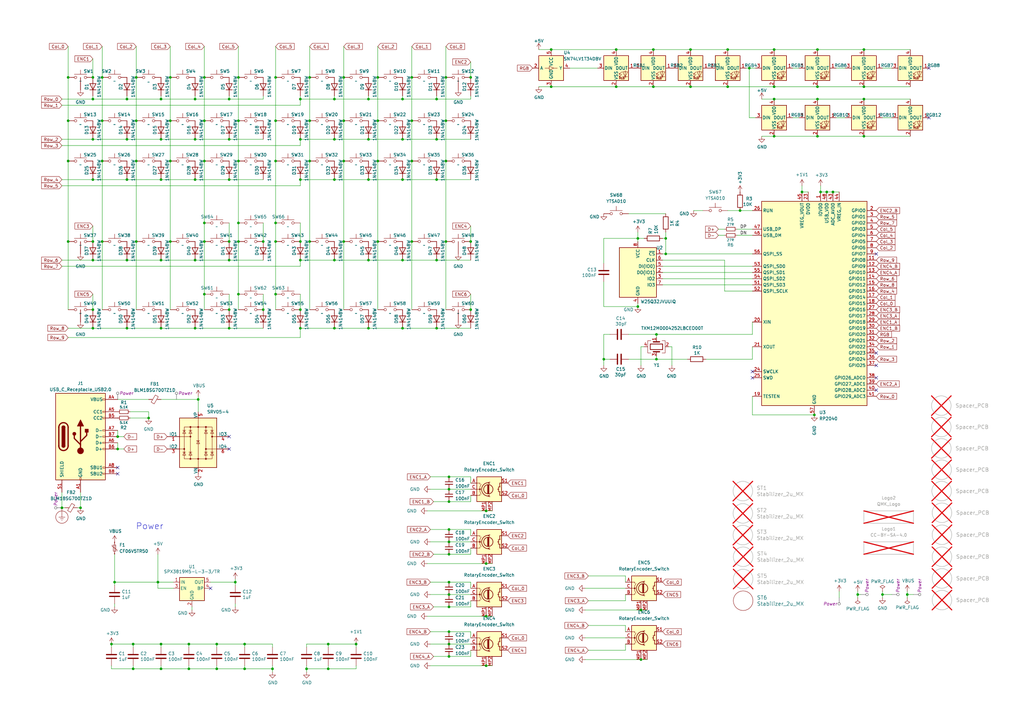
<source format=kicad_sch>
(kicad_sch (version 20230121) (generator eeschema)
  (paper "A3")
  (title_block (title "Chameleon") (date "2023-08-16") (rev "v1.00") (company "Tweety's Wild Thinking") (comment 1 "Markus Knutsson <markus.knutsson@tweety.se>") (comment 2 "https://github.com/TweetyDaBird") (comment 3 "Licensed under Creative Commons BY-SA 4.0 International "))
  (junction (at 140.97 66.04))
  (junction (at 52.07 57.15))
  (junction (at 123.19 99.06))
  (junction (at 41.91 66.04))
  (junction (at 96.52 238.76))
  (junction (at 80.01 57.15))
  (junction (at 123.19 57.15))
  (junction (at 83.82 91.44))
  (junction (at 123.19 127))
  (junction (at 262.89 270.51))
  (junction (at 140.97 49.53))
  (junction (at 273.05 104.14))
  (junction (at 137.16 134.62))
  (junction (at 52.07 134.62))
  (junction (at 100.33 264.16))
  (junction (at 97.79 120.65))
  (junction (at 168.91 99.06))
  (junction (at 45.72 264.16))
  (junction (at 80.01 73.66))
  (junction (at 165.1 73.66))
  (junction (at 41.91 49.53))
  (junction (at 193.04 127))
  (junction (at 55.88 49.53))
  (junction (at 93.98 106.68))
  (junction (at 25.4 208.28))
  (junction (at 38.1 57.15))
  (junction (at 107.95 127))
  (junction (at 283.21 20.32))
  (junction (at 88.9 274.32))
  (junction (at 267.97 20.32))
  (junction (at 66.04 264.16))
  (junction (at 184.15 238.76))
  (junction (at 154.94 49.53))
  (junction (at 93.98 40.64))
  (junction (at 137.16 73.66))
  (junction (at 113.03 120.65))
  (junction (at 27.94 49.53))
  (junction (at 341.63 78.74))
  (junction (at 66.04 134.62))
  (junction (at 93.98 134.62))
  (junction (at 269.24 147.32))
  (junction (at 52.07 73.66))
  (junction (at 38.1 106.68))
  (junction (at 182.88 31.75))
  (junction (at 83.82 49.53))
  (junction (at 46.99 238.76))
  (junction (at 66.04 73.66))
  (junction (at 179.07 106.68))
  (junction (at 307.34 27.94))
  (junction (at 252.73 20.32))
  (junction (at 127 99.06))
  (junction (at 168.91 66.04))
  (junction (at 38.1 73.66))
  (junction (at 113.03 31.75))
  (junction (at 54.61 274.32))
  (junction (at 354.33 20.32))
  (junction (at 83.82 99.06))
  (junction (at 184.15 195.58))
  (junction (at 182.88 66.04))
  (junction (at 38.1 134.62))
  (junction (at 335.28 35.56))
  (junction (at 199.39 209.55))
  (junction (at 83.82 120.65))
  (junction (at 93.98 99.06))
  (junction (at 48.26 184.15))
  (junction (at 184.15 205.74))
  (junction (at 80.01 106.68))
  (junction (at 140.97 99.06))
  (junction (at 127 49.53))
  (junction (at 247.65 147.32))
  (junction (at 303.53 86.36))
  (junction (at 134.62 264.16))
  (junction (at 69.85 99.06))
  (junction (at 283.21 35.56))
  (junction (at 88.9 264.16))
  (junction (at 123.19 40.64))
  (junction (at 123.19 134.62))
  (junction (at 93.98 127))
  (junction (at 168.91 31.75))
  (junction (at 54.61 264.16))
  (junction (at 38.1 31.75))
  (junction (at 193.04 99.06))
  (junction (at 113.03 99.06))
  (junction (at 97.79 49.53))
  (junction (at 179.07 40.64))
  (junction (at 354.33 55.88))
  (junction (at 179.07 73.66))
  (junction (at 97.79 66.04))
  (junction (at 184.15 222.25))
  (junction (at 336.55 78.74))
  (junction (at 273.05 97.79))
  (junction (at 184.15 248.92))
  (junction (at 146.05 264.16))
  (junction (at 66.04 106.68))
  (junction (at 179.07 134.62))
  (junction (at 55.88 31.75))
  (junction (at 184.15 227.33))
  (junction (at 184.15 259.08))
  (junction (at 361.95 243.84))
  (junction (at 66.04 57.15))
  (junction (at 267.97 35.56))
  (junction (at 339.09 78.74))
  (junction (at 38.1 127))
  (junction (at 269.24 137.16))
  (junction (at 317.5 55.88))
  (junction (at 184.15 217.17))
  (junction (at 69.85 31.75))
  (junction (at 33.02 208.28))
  (junction (at 317.5 40.64))
  (junction (at 351.79 243.84))
  (junction (at 165.1 40.64))
  (junction (at 41.91 31.75))
  (junction (at 48.26 179.07))
  (junction (at 317.5 35.56))
  (junction (at 334.01 170.18))
  (junction (at 335.28 20.32))
  (junction (at 151.13 106.68))
  (junction (at 328.93 78.74))
  (junction (at 111.76 274.32))
  (junction (at 113.03 66.04))
  (junction (at 123.19 106.68))
  (junction (at 60.96 171.45))
  (junction (at 199.39 273.05))
  (junction (at 252.73 35.56))
  (junction (at 184.15 264.16))
  (junction (at 193.04 31.75))
  (junction (at 151.13 134.62))
  (junction (at 93.98 57.15))
  (junction (at 154.94 66.04))
  (junction (at 226.06 20.32))
  (junction (at 372.11 243.84))
  (junction (at 64.77 238.76))
  (junction (at 137.16 106.68))
  (junction (at 52.07 106.68))
  (junction (at 107.95 99.06))
  (junction (at 354.33 35.56))
  (junction (at 69.85 49.53))
  (junction (at 97.79 91.44))
  (junction (at 113.03 91.44))
  (junction (at 27.94 31.75))
  (junction (at 27.94 99.06))
  (junction (at 83.82 66.04))
  (junction (at 199.39 252.73))
  (junction (at 93.98 73.66))
  (junction (at 38.1 40.64))
  (junction (at 27.94 66.04))
  (junction (at 335.28 40.64))
  (junction (at 226.06 35.56))
  (junction (at 261.62 125.73))
  (junction (at 69.85 66.04))
  (junction (at 354.33 40.64))
  (junction (at 77.47 274.32))
  (junction (at 66.04 40.64))
  (junction (at 97.79 99.06))
  (junction (at 66.04 274.32))
  (junction (at 55.88 66.04))
  (junction (at 154.94 31.75))
  (junction (at 123.19 73.66))
  (junction (at 151.13 73.66))
  (junction (at 140.97 31.75))
  (junction (at 154.94 99.06))
  (junction (at 38.1 99.06))
  (junction (at 113.03 49.53))
  (junction (at 184.15 200.66))
  (junction (at 77.47 264.16))
  (junction (at 97.79 31.75))
  (junction (at 298.45 35.56))
  (junction (at 184.15 243.84))
  (junction (at 184.15 269.24))
  (junction (at 168.91 49.53))
  (junction (at 179.07 57.15))
  (junction (at 127 31.75))
  (junction (at 83.82 31.75))
  (junction (at 81.28 163.83))
  (junction (at 134.62 274.32))
  (junction (at 182.88 99.06))
  (junction (at 80.01 134.62))
  (junction (at 182.88 49.53))
  (junction (at 261.62 97.79))
  (junction (at 151.13 57.15))
  (junction (at 137.16 57.15))
  (junction (at 165.1 134.62))
  (junction (at 335.28 55.88))
  (junction (at 199.39 231.14))
  (junction (at 137.16 40.64))
  (junction (at 151.13 40.64))
  (junction (at 80.01 40.64))
  (junction (at 262.89 250.19))
  (junction (at 52.07 40.64))
  (junction (at 317.5 20.32))
  (junction (at 125.73 274.32))
  (junction (at 298.45 20.32))
  (junction (at 41.91 99.06))
  (junction (at 165.1 106.68))
  (junction (at 55.88 99.06))
  (junction (at 165.1 57.15))
  (junction (at 127 66.04))
  (junction (at 100.33 274.32))
  (no_connect (at 308.61 152.4))
  (no_connect (at 359.41 160.02))
  (no_connect (at 93.98 184.15))
  (no_connect (at 381 48.26))
  (no_connect (at 359.41 149.86))
  (no_connect (at 359.41 144.78))
  (no_connect (at 48.26 194.31))
  (no_connect (at 93.98 179.07))
  (no_connect (at 381 27.94))
  (no_connect (at 359.41 104.14))
  (no_connect (at 359.41 154.94))
  (no_connect (at 308.61 154.94))
  (no_connect (at 48.26 191.77))
  (no_connect (at 86.36 241.3))
  (wire (pts (xy 140.97 19.05) (xy 140.97 31.75)))
  (wire (pts (xy 199.39 273.05) (xy 201.93 273.05)))
  (wire (pts (xy 176.53 264.16) (xy 184.15 264.16)))
  (wire (pts (xy 83.82 19.05) (xy 83.82 31.75)))
  (wire (pts (xy 177.8 248.92) (xy 184.15 248.92)))
  (wire (pts (xy 372.11 245.11) (xy 372.11 243.84)))
  (wire (pts (xy 344.17 78.74) (xy 341.63 78.74)))
  (wire (pts (xy 80.01 106.68) (xy 93.98 106.68)))
  (wire (pts (xy 303.53 86.36) (xy 308.61 86.36)))
  (wire (pts (xy 96.52 237.49) (xy 96.52 238.76)))
  (wire (pts (xy 123.19 39.37) (xy 123.19 40.64)))
  (wire (pts (xy 54.61 273.05) (xy 54.61 274.32)))
  (wire (pts (xy 140.97 99.06) (xy 140.97 127)))
  (wire (pts (xy 247.65 137.16) (xy 247.65 147.32)))
  (wire (pts (xy 302.26 96.52) (xy 308.61 96.52)))
  (wire (pts (xy 25.4 57.15) (xy 38.1 57.15)))
  (wire (pts (xy 123.19 91.44) (xy 123.19 99.06)))
  (wire (pts (xy 55.88 99.06) (xy 55.88 66.04)))
  (wire (pts (xy 93.98 120.65) (xy 93.98 127)))
  (wire (pts (xy 165.1 73.66) (xy 179.07 73.66)))
  (wire (pts (xy 184.15 269.24) (xy 193.04 269.24)))
  (wire (pts (xy 80.01 134.62) (xy 93.98 134.62)))
  (wire (pts (xy 267.97 20.32) (xy 283.21 20.32)))
  (wire (pts (xy 193.04 92.71) (xy 193.04 99.06)))
  (wire (pts (xy 317.5 20.32) (xy 335.28 20.32)))
  (wire (pts (xy 25.4 73.66) (xy 38.1 73.66)))
  (wire (pts (xy 342.9 48.26) (xy 346.71 48.26)))
  (wire (pts (xy 273.05 104.14) (xy 271.78 104.14)))
  (wire (pts (xy 220.98 35.56) (xy 226.06 35.56)))
  (wire (pts (xy 125.73 274.32) (xy 125.73 275.59)))
  (wire (pts (xy 66.04 265.43) (xy 66.04 264.16)))
  (wire (pts (xy 334.01 170.18) (xy 308.61 170.18)))
  (wire (pts (xy 134.62 273.05) (xy 134.62 274.32)))
  (wire (pts (xy 154.94 19.05) (xy 154.94 31.75)))
  (wire (pts (xy 335.28 40.64) (xy 354.33 40.64)))
  (wire (pts (xy 193.04 195.58) (xy 193.04 198.12)))
  (wire (pts (xy 86.36 238.76) (xy 96.52 238.76)))
  (wire (pts (xy 257.81 137.16) (xy 269.24 137.16)))
  (wire (pts (xy 250.19 147.32) (xy 247.65 147.32)))
  (wire (pts (xy 140.97 49.53) (xy 140.97 31.75)))
  (wire (pts (xy 184.15 248.92) (xy 193.04 248.92)))
  (wire (pts (xy 233.68 27.94) (xy 245.11 27.94)))
  (wire (pts (xy 125.73 264.16) (xy 134.62 264.16)))
  (wire (pts (xy 83.82 49.53) (xy 83.82 31.75)))
  (wire (pts (xy 252.73 20.32) (xy 267.97 20.32)))
  (wire (pts (xy 274.32 142.24) (xy 275.59 142.24)))
  (wire (pts (xy 97.79 99.06) (xy 97.79 120.65)))
  (wire (pts (xy 184.15 217.17) (xy 193.04 217.17)))
  (wire (pts (xy 176.53 259.08) (xy 184.15 259.08)))
  (wire (pts (xy 325.12 48.26) (xy 327.66 48.26)))
  (wire (pts (xy 54.61 264.16) (xy 66.04 264.16)))
  (wire (pts (xy 38.1 24.13) (xy 38.1 31.75)))
  (wire (pts (xy 307.34 48.26) (xy 309.88 48.26)))
  (wire (pts (xy 372.11 243.84) (xy 372.11 242.57)))
  (wire (pts (xy 179.07 39.37) (xy 179.07 40.64)))
  (wire (pts (xy 298.45 20.32) (xy 317.5 20.32)))
  (wire (pts (xy 325.12 27.94) (xy 327.66 27.94)))
  (wire (pts (xy 273.05 95.25) (xy 273.05 97.79)))
  (wire (pts (xy 123.19 134.62) (xy 137.16 134.62)))
  (wire (pts (xy 88.9 274.32) (xy 77.47 274.32)))
  (wire (pts (xy 354.33 55.88) (xy 373.38 55.88)))
  (wire (pts (xy 168.91 19.05) (xy 168.91 31.75)))
  (wire (pts (xy 151.13 73.66) (xy 165.1 73.66)))
  (wire (pts (xy 25.4 208.28) (xy 25.4 201.93)))
  (wire (pts (xy 294.64 96.52) (xy 297.18 96.52)))
  (wire (pts (xy 66.04 163.83) (xy 81.28 163.83)))
  (wire (pts (xy 288.29 86.36) (xy 284.48 86.36)))
  (wire (pts (xy 307.34 48.26) (xy 307.34 27.94)))
  (wire (pts (xy 97.79 19.05) (xy 97.79 31.75)))
  (wire (pts (xy 176.53 273.05) (xy 199.39 273.05)))
  (wire (pts (xy 341.63 78.74) (xy 339.09 78.74)))
  (wire (pts (xy 154.94 66.04) (xy 154.94 49.53)))
  (wire (pts (xy 182.88 99.06) (xy 182.88 127)))
  (wire (pts (xy 240.03 270.51) (xy 262.89 270.51)))
  (wire (pts (xy 298.45 35.56) (xy 317.5 35.56)))
  (wire (pts (xy 69.85 66.04) (xy 69.85 49.53)))
  (wire (pts (xy 271.78 111.76) (xy 308.61 111.76)))
  (wire (pts (xy 177.8 269.24) (xy 184.15 269.24)))
  (wire (pts (xy 151.13 134.62) (xy 165.1 134.62)))
  (wire (pts (xy 52.07 57.15) (xy 66.04 57.15)))
  (wire (pts (xy 307.34 27.94) (xy 309.88 27.94)))
  (wire (pts (xy 45.72 274.32) (xy 54.61 274.32)))
  (wire (pts (xy 262.89 250.19) (xy 265.43 250.19)))
  (wire (pts (xy 100.33 264.16) (xy 111.76 264.16)))
  (wire (pts (xy 289.56 147.32) (xy 308.61 147.32)))
  (wire (pts (xy 93.98 57.15) (xy 107.95 57.15)))
  (wire (pts (xy 55.88 19.05) (xy 55.88 31.75)))
  (wire (pts (xy 339.09 78.74) (xy 336.55 78.74)))
  (wire (pts (xy 240.03 241.3) (xy 256.54 241.3)))
  (wire (pts (xy 361.95 48.26) (xy 365.76 48.26)))
  (wire (pts (xy 123.19 59.69) (xy 123.19 57.15)))
  (wire (pts (xy 241.3 236.22) (xy 256.54 236.22)))
  (wire (pts (xy 97.79 120.65) (xy 97.79 127)))
  (wire (pts (xy 93.98 73.66) (xy 107.95 73.66)))
  (wire (pts (xy 257.81 87.63) (xy 273.05 87.63)))
  (wire (pts (xy 71.12 241.3) (xy 64.77 241.3)))
  (wire (pts (xy 193.04 205.74) (xy 193.04 203.2)))
  (wire (pts (xy 184.15 243.84) (xy 193.04 243.84)))
  (wire (pts (xy 176.53 222.25) (xy 184.15 222.25)))
  (wire (pts (xy 123.19 76.2) (xy 123.19 73.66)))
  (wire (pts (xy 182.88 66.04) (xy 182.88 49.53)))
  (wire (pts (xy 317.5 40.64) (xy 335.28 40.64)))
  (wire (pts (xy 52.07 134.62) (xy 66.04 134.62)))
  (wire (pts (xy 25.4 76.2) (xy 123.19 76.2)))
  (wire (pts (xy 168.91 99.06) (xy 168.91 127)))
  (wire (pts (xy 261.62 124.46) (xy 261.62 125.73)))
  (wire (pts (xy 273.05 104.14) (xy 308.61 104.14)))
  (wire (pts (xy 176.53 243.84) (xy 184.15 243.84)))
  (wire (pts (xy 351.79 242.57) (xy 351.79 243.84)))
  (wire (pts (xy 107.95 39.37) (xy 107.95 40.64)))
  (wire (pts (xy 54.61 265.43) (xy 54.61 264.16)))
  (wire (pts (xy 113.03 91.44) (xy 113.03 66.04)))
  (wire (pts (xy 361.95 243.84) (xy 365.76 243.84)))
  (wire (pts (xy 302.26 93.98) (xy 308.61 93.98)))
  (wire (pts (xy 176.53 200.66) (xy 184.15 200.66)))
  (wire (pts (xy 113.03 99.06) (xy 113.03 120.65)))
  (wire (pts (xy 66.04 273.05) (xy 66.04 274.32)))
  (wire (pts (xy 240.03 250.19) (xy 262.89 250.19)))
  (wire (pts (xy 88.9 264.16) (xy 100.33 264.16)))
  (wire (pts (xy 184.15 195.58) (xy 193.04 195.58)))
  (wire (pts (xy 80.01 40.64) (xy 93.98 40.64)))
  (wire (pts (xy 123.19 73.66) (xy 137.16 73.66)))
  (wire (pts (xy 151.13 57.15) (xy 165.1 57.15)))
  (wire (pts (xy 77.47 265.43) (xy 77.47 264.16)))
  (wire (pts (xy 64.77 227.33) (xy 64.77 238.76)))
  (wire (pts (xy 342.9 27.94) (xy 346.71 27.94)))
  (wire (pts (xy 52.07 106.68) (xy 66.04 106.68)))
  (wire (pts (xy 256.54 256.54) (xy 256.54 259.08)))
  (wire (pts (xy 66.04 106.68) (xy 80.01 106.68)))
  (wire (pts (xy 151.13 106.68) (xy 165.1 106.68)))
  (wire (pts (xy 123.19 109.22) (xy 123.19 106.68)))
  (wire (pts (xy 80.01 73.66) (xy 93.98 73.66)))
  (wire (pts (xy 46.99 227.33) (xy 46.99 238.76)))
  (wire (pts (xy 53.34 171.45) (xy 60.96 171.45)))
  (wire (pts (xy 154.94 99.06) (xy 154.94 66.04)))
  (wire (pts (xy 52.07 40.64) (xy 38.1 40.64)))
  (wire (pts (xy 27.94 49.53) (xy 27.94 66.04)))
  (wire (pts (xy 38.1 92.71) (xy 38.1 99.06)))
  (wire (pts (xy 31.75 208.28) (xy 33.02 208.28)))
  (wire (pts (xy 123.19 57.15) (xy 137.16 57.15)))
  (wire (pts (xy 283.21 20.32) (xy 298.45 20.32)))
  (wire (pts (xy 125.73 274.32) (xy 134.62 274.32)))
  (wire (pts (xy 146.05 264.16) (xy 146.05 265.43)))
  (wire (pts (xy 60.96 163.83) (xy 48.26 163.83)))
  (wire (pts (xy 193.04 39.37) (xy 193.04 40.64)))
  (wire (pts (xy 261.62 95.25) (xy 261.62 97.79)))
  (wire (pts (xy 361.95 27.94) (xy 365.76 27.94)))
  (wire (pts (xy 113.03 66.04) (xy 113.03 49.53)))
  (wire (pts (xy 125.73 273.05) (xy 125.73 274.32)))
  (wire (pts (xy 77.47 274.32) (xy 66.04 274.32)))
  (wire (pts (xy 55.88 99.06) (xy 55.88 127)))
  (wire (pts (xy 273.05 97.79) (xy 273.05 104.14)))
  (wire (pts (xy 252.73 35.56) (xy 267.97 35.56)))
  (wire (pts (xy 262.89 142.24) (xy 262.89 149.86)))
  (wire (pts (xy 134.62 274.32) (xy 146.05 274.32)))
  (wire (pts (xy 177.8 227.33) (xy 184.15 227.33)))
  (wire (pts (xy 335.28 35.56) (xy 354.33 35.56)))
  (wire (pts (xy 175.26 252.73) (xy 199.39 252.73)))
  (wire (pts (xy 41.91 99.06) (xy 41.91 66.04)))
  (wire (pts (xy 297.18 106.68) (xy 297.18 119.38)))
  (wire (pts (xy 226.06 20.32) (xy 252.73 20.32)))
  (wire (pts (xy 184.15 205.74) (xy 193.04 205.74)))
  (wire (pts (xy 184.15 238.76) (xy 193.04 238.76)))
  (wire (pts (xy 137.16 39.37) (xy 137.16 40.64)))
  (wire (pts (xy 308.61 147.32) (xy 308.61 142.24)))
  (wire (pts (xy 41.91 49.53) (xy 41.91 31.75)))
  (wire (pts (xy 66.04 134.62) (xy 80.01 134.62)))
  (wire (pts (xy 354.33 20.32) (xy 373.38 20.32)))
  (wire (pts (xy 25.4 109.22) (xy 123.19 109.22)))
  (wire (pts (xy 97.79 49.53) (xy 97.79 31.75)))
  (wire (pts (xy 247.65 107.95) (xy 247.65 97.79)))
  (wire (pts (xy 45.72 273.05) (xy 45.72 274.32)))
  (wire (pts (xy 25.4 40.64) (xy 38.1 40.64)))
  (wire (pts (xy 226.06 35.56) (xy 252.73 35.56)))
  (wire (pts (xy 93.98 40.64) (xy 107.95 40.64)))
  (wire (pts (xy 41.91 19.05) (xy 41.91 31.75)))
  (wire (pts (xy 66.04 40.64) (xy 52.07 40.64)))
  (wire (pts (xy 267.97 35.56) (xy 283.21 35.56)))
  (wire (pts (xy 45.72 264.16) (xy 45.72 265.43)))
  (wire (pts (xy 80.01 57.15) (xy 93.98 57.15)))
  (wire (pts (xy 179.07 40.64) (xy 193.04 40.64)))
  (wire (pts (xy 69.85 19.05) (xy 69.85 31.75)))
  (wire (pts (xy 335.28 55.88) (xy 354.33 55.88)))
  (wire (pts (xy 165.1 40.64) (xy 179.07 40.64)))
  (wire (pts (xy 256.54 266.7) (xy 256.54 264.16)))
  (wire (pts (xy 100.33 274.32) (xy 88.9 274.32)))
  (wire (pts (xy 241.3 266.7) (xy 256.54 266.7)))
  (wire (pts (xy 312.42 40.64) (xy 317.5 40.64)))
  (wire (pts (xy 83.82 127) (xy 83.82 120.65)))
  (wire (pts (xy 240.03 261.62) (xy 256.54 261.62)))
  (wire (pts (xy 46.99 247.65) (xy 46.99 248.92)))
  (wire (pts (xy 93.98 106.68) (xy 107.95 106.68)))
  (wire (pts (xy 354.33 35.56) (xy 373.38 35.56)))
  (wire (pts (xy 25.4 59.69) (xy 123.19 59.69)))
  (wire (pts (xy 351.79 243.84) (xy 351.79 245.11)))
  (wire (pts (xy 123.19 106.68) (xy 137.16 106.68)))
  (wire (pts (xy 134.62 264.16) (xy 146.05 264.16)))
  (wire (pts (xy 165.1 134.62) (xy 179.07 134.62)))
  (wire (pts (xy 27.94 99.06) (xy 27.94 127)))
  (wire (pts (xy 69.85 49.53) (xy 69.85 31.75)))
  (wire (pts (xy 97.79 99.06) (xy 97.79 91.44)))
  (wire (pts (xy 38.1 120.65) (xy 38.1 127)))
  (wire (pts (xy 184.15 259.08) (xy 193.04 259.08)))
  (wire (pts (xy 64.77 241.3) (xy 64.77 238.76)))
  (wire (pts (xy 179.07 106.68) (xy 193.04 106.68)))
  (wire (pts (xy 165.1 106.68) (xy 179.07 106.68)))
  (wire (pts (xy 27.94 19.05) (xy 27.94 31.75)))
  (wire (pts (xy 69.85 99.06) (xy 69.85 127)))
  (wire (pts (xy 271.78 109.22) (xy 308.61 109.22)))
  (wire (pts (xy 64.77 238.76) (xy 71.12 238.76)))
  (wire (pts (xy 25.4 106.68) (xy 38.1 106.68)))
  (wire (pts (xy 127 49.53) (xy 127 31.75)))
  (wire (pts (xy 38.1 134.62) (xy 52.07 134.62)))
  (wire (pts (xy 336.55 76.2) (xy 336.55 78.74)))
  (wire (pts (xy 25.4 208.28) (xy 26.67 208.28)))
  (wire (pts (xy 241.3 246.38) (xy 256.54 246.38)))
  (wire (pts (xy 256.54 236.22) (xy 256.54 238.76)))
  (wire (pts (xy 247.65 125.73) (xy 261.62 125.73)))
  (wire (pts (xy 294.64 93.98) (xy 297.18 93.98)))
  (wire (pts (xy 317.5 55.88) (xy 335.28 55.88)))
  (wire (pts (xy 137.16 106.68) (xy 151.13 106.68)))
  (wire (pts (xy 83.82 91.44) (xy 83.82 66.04)))
  (wire (pts (xy 77.47 273.05) (xy 77.47 274.32)))
  (wire (pts (xy 83.82 99.06) (xy 83.82 91.44)))
  (wire (pts (xy 27.94 66.04) (xy 27.94 99.06)))
  (wire (pts (xy 351.79 243.84) (xy 353.06 243.84)))
  (wire (pts (xy 328.93 76.2) (xy 328.93 78.74)))
  (wire (pts (xy 25.4 43.18) (xy 123.19 43.18)))
  (wire (pts (xy 48.26 179.07) (xy 50.8 179.07)))
  (wire (pts (xy 38.1 73.66) (xy 52.07 73.66)))
  (wire (pts (xy 81.28 168.91) (xy 81.28 163.83)))
  (wire (pts (xy 48.26 181.61) (xy 48.26 184.15)))
  (wire (pts (xy 81.28 162.56) (xy 81.28 163.83)))
  (wire (pts (xy 328.93 78.74) (xy 331.47 78.74)))
  (wire (pts (xy 269.24 146.05) (xy 269.24 147.32)))
  (wire (pts (xy 93.98 134.62) (xy 107.95 134.62)))
  (wire (pts (xy 177.8 205.74) (xy 184.15 205.74)))
  (wire (pts (xy 182.88 19.05) (xy 182.88 31.75)))
  (wire (pts (xy 123.19 43.18) (xy 123.19 40.64)))
  (wire (pts (xy 80.01 39.37) (xy 80.01 40.64)))
  (wire (pts (xy 372.11 243.84) (xy 374.65 243.84)))
  (wire (pts (xy 312.42 55.88) (xy 317.5 55.88)))
  (wire (pts (xy 179.07 73.66) (xy 193.04 73.66)))
  (wire (pts (xy 168.91 66.04) (xy 168.91 49.53)))
  (wire (pts (xy 53.34 168.91) (xy 60.96 168.91)))
  (wire (pts (xy 146.05 274.32) (xy 146.05 273.05)))
  (wire (pts (xy 48.26 176.53) (xy 48.26 179.07)))
  (wire (pts (xy 77.47 264.16) (xy 88.9 264.16)))
  (wire (pts (xy 247.65 147.32) (xy 247.65 149.86)))
  (wire (pts (xy 93.98 91.44) (xy 93.98 99.06)))
  (wire (pts (xy 261.62 97.79) (xy 261.62 99.06)))
  (wire (pts (xy 107.95 91.44) (xy 107.95 99.06)))
  (wire (pts (xy 52.07 73.66) (xy 66.04 73.66)))
  (wire (pts (xy 137.16 57.15) (xy 151.13 57.15)))
  (wire (pts (xy 38.1 57.15) (xy 52.07 57.15)))
  (wire (pts (xy 83.82 99.06) (xy 83.82 120.65)))
  (wire (pts (xy 83.82 66.04) (xy 83.82 49.53)))
  (wire (pts (xy 151.13 39.37) (xy 151.13 40.64)))
  (wire (pts (xy 69.85 99.06) (xy 69.85 66.04)))
  (wire (pts (xy 247.65 97.79) (xy 261.62 97.79)))
  (wire (pts (xy 193.04 120.65) (xy 193.04 127)))
  (wire (pts (xy 361.95 243.84) (xy 361.95 245.11)))
  (wire (pts (xy 257.81 147.32) (xy 269.24 147.32)))
  (wire (pts (xy 41.91 66.04) (xy 41.91 49.53)))
  (wire (pts (xy 182.88 99.06) (xy 182.88 66.04)))
  (wire (pts (xy 41.91 99.06) (xy 41.91 127)))
  (wire (pts (xy 55.88 49.53) (xy 55.88 31.75)))
  (wire (pts (xy 151.13 40.64) (xy 165.1 40.64)))
  (wire (pts (xy 48.26 184.15) (xy 50.8 184.15)))
  (wire (pts (xy 111.76 265.43) (xy 111.76 264.16)))
  (wire (pts (xy 306.07 27.94) (xy 307.34 27.94)))
  (wire (pts (xy 140.97 99.06) (xy 140.97 66.04)))
  (wire (pts (xy 193.04 248.92) (xy 193.04 246.38)))
  (wire (pts (xy 220.98 20.32) (xy 226.06 20.32)))
  (wire (pts (xy 179.07 57.15) (xy 193.04 57.15)))
  (wire (pts (xy 176.53 217.17) (xy 184.15 217.17)))
  (wire (pts (xy 193.04 25.4) (xy 193.04 31.75)))
  (wire (pts (xy 111.76 273.05) (xy 111.76 274.32)))
  (wire (pts (xy 271.78 116.84) (xy 308.61 116.84)))
  (wire (pts (xy 354.33 40.64) (xy 373.38 40.64)))
  (wire (pts (xy 88.9 273.05) (xy 88.9 274.32)))
  (wire (pts (xy 137.16 73.66) (xy 151.13 73.66)))
  (wire (pts (xy 317.5 35.56) (xy 335.28 35.56)))
  (wire (pts (xy 125.73 265.43) (xy 125.73 264.16)))
  (wire (pts (xy 165.1 57.15) (xy 179.07 57.15)))
  (wire (pts (xy 137.16 134.62) (xy 151.13 134.62)))
  (wire (pts (xy 182.88 49.53) (xy 182.88 31.75)))
  (wire (pts (xy 33.02 208.28) (xy 33.02 201.93)))
  (wire (pts (xy 247.65 125.73) (xy 247.65 115.57)))
  (wire (pts (xy 256.54 246.38) (xy 256.54 243.84)))
  (wire (pts (xy 66.04 274.32) (xy 54.61 274.32)))
  (wire (pts (xy 88.9 265.43) (xy 88.9 264.16)))
  (wire (pts (xy 262.89 270.51) (xy 265.43 270.51)))
  (wire (pts (xy 168.91 49.53) (xy 168.91 31.75)))
  (wire (pts (xy 271.78 114.3) (xy 308.61 114.3)))
  (wire (pts (xy 308.61 137.16) (xy 308.61 132.08)))
  (wire (pts (xy 100.33 274.32) (xy 111.76 274.32)))
  (wire (pts (xy 298.45 86.36) (xy 303.53 86.36)))
  (wire (pts (xy 275.59 142.24) (xy 275.59 149.86)))
  (wire (pts (xy 60.96 168.91) (xy 60.96 171.45)))
  (wire (pts (xy 66.04 73.66) (xy 80.01 73.66)))
  (wire (pts (xy 175.26 209.55) (xy 199.39 209.55)))
  (wire (pts (xy 137.16 40.64) (xy 151.13 40.64)))
  (wire (pts (xy 45.72 264.16) (xy 54.61 264.16)))
  (wire (pts (xy 308.61 170.18) (xy 308.61 162.56)))
  (wire (pts (xy 93.98 39.37) (xy 93.98 40.64)))
  (wire (pts (xy 175.26 231.14) (xy 199.39 231.14)))
  (wire (pts (xy 184.15 264.16) (xy 193.04 264.16)))
  (wire (pts (xy 361.95 242.57) (xy 361.95 243.84)))
  (wire (pts (xy 96.52 238.76) (xy 96.52 240.03)))
  (wire (pts (xy 66.04 57.15) (xy 80.01 57.15)))
  (wire (pts (xy 127 19.05) (xy 127 31.75)))
  (wire (pts (xy 297.18 119.38) (xy 308.61 119.38)))
  (wire (pts (xy 78.74 248.92) (xy 78.74 250.19)))
  (wire (pts (xy 27.94 134.62) (xy 38.1 134.62)))
  (wire (pts (xy 271.78 106.68) (xy 297.18 106.68)))
  (wire (pts (xy 193.04 238.76) (xy 193.04 241.3)))
  (wire (pts (xy 66.04 39.37) (xy 66.04 40.64)))
  (wire (pts (xy 127 66.04) (xy 127 49.53)))
  (wire (pts (xy 66.04 264.16) (xy 77.47 264.16)))
  (wire (pts (xy 66.04 40.64) (xy 80.01 40.64)))
  (wire (pts (xy 97.79 91.44) (xy 97.79 66.04)))
  (wire (pts (xy 154.94 99.06) (xy 154.94 127)))
  (wire (pts (xy 46.99 238.76) (xy 64.77 238.76)))
  (wire (pts (xy 96.52 247.65) (xy 96.52 248.92)))
  (wire (pts (xy 193.04 269.24) (xy 193.04 266.7)))
  (wire (pts (xy 184.15 227.33) (xy 193.04 227.33)))
  (wire (pts (xy 264.16 142.24) (xy 262.89 142.24)))
  (wire (pts (xy 335.28 20.32) (xy 354.33 20.32)))
  (wire (pts (xy 269.24 137.16) (xy 308.61 137.16)))
  (wire (pts (xy 134.62 265.43) (xy 134.62 264.16)))
  (wire (pts (xy 264.16 97.79) (xy 261.62 97.79)))
  (wire (pts (xy 123.19 120.65) (xy 123.19 127)))
  (wire (pts (xy 111.76 274.32) (xy 111.76 275.59)))
  (wire (pts (xy 184.15 200.66) (xy 193.04 200.66)))
  (wire (pts (xy 199.39 252.73) (xy 201.93 252.73)))
  (wire (pts (xy 100.33 273.05) (xy 100.33 274.32)))
  (wire (pts (xy 283.21 35.56) (xy 298.45 35.56)))
  (wire (pts (xy 241.3 256.54) (xy 256.54 256.54)))
  (wire (pts (xy 269.24 147.32) (xy 281.94 147.32)))
  (wire (pts (xy 55.88 66.04) (xy 55.88 49.53)))
  (wire (pts (xy 269.24 138.43) (xy 269.24 137.16)))
  (wire (pts (xy 250.19 137.16) (xy 247.65 137.16)))
  (wire (pts (xy 38.1 106.68) (xy 52.07 106.68)))
  (wire (pts (xy 113.03 49.53) (xy 113.03 31.75)))
  (wire (pts (xy 154.94 49.53) (xy 154.94 31.75)))
  (wire (pts (xy 168.91 99.06) (xy 168.91 66.04)))
  (wire (pts (xy 127 99.06) (xy 127 66.04)))
  (wire (pts (xy 184.15 222.25) (xy 193.04 222.25)))
  (wire (pts (xy 27.94 31.75) (xy 27.94 49.53)))
  (wire (pts (xy 199.39 209.55) (xy 201.93 209.55)))
  (wire (pts (xy 179.07 134.62) (xy 193.04 134.62)))
  (wire (pts (xy 140.97 66.04) (xy 140.97 49.53)))
  (wire (pts (xy 46.99 240.03) (xy 46.99 238.76)))
  (wire (pts (xy 113.03 99.06) (xy 113.03 91.44)))
  (wire (pts (xy 193.04 217.17) (xy 193.04 219.71)))
  (wire (pts (xy 193.04 227.33) (xy 193.04 224.79)))
  (wire (pts (xy 38.1 39.37) (xy 38.1 40.64)))
  (wire (pts (xy 123.19 40.64) (xy 137.16 40.64)))
  (wire (pts (xy 27.94 138.43) (xy 123.19 138.43)))
  (wire (pts (xy 52.07 39.37) (xy 52.07 40.64)))
  (wire (pts (xy 344.17 242.57) (xy 344.17 245.11)))
  (wire (pts (xy 107.95 120.65) (xy 107.95 127)))
  (wire (pts (xy 100.33 265.43) (xy 100.33 264.16)))
  (wire (pts (xy 176.53 238.76) (xy 184.15 238.76)))
  (wire (pts (xy 97.79 66.04) (xy 97.79 49.53)))
  (wire (pts (xy 193.04 259.08) (xy 193.04 261.62)))
  (wire (pts (xy 113.03 127) (xy 113.03 120.65)))
  (wire (pts (xy 165.1 39.37) (xy 165.1 40.64)))
  (wire (pts (xy 176.53 195.58) (xy 184.15 195.58)))
  (wire (pts (xy 123.19 138.43) (xy 123.19 134.62)))
  (wire (pts (xy 273.05 97.79) (xy 271.78 97.79)))
  (wire (pts (xy 199.39 231.14) (xy 201.93 231.14)))
  (wire (pts (xy 127 99.06) (xy 127 127)))
  (wire (pts (xy 113.03 19.05) (xy 113.03 31.75)))
  (text "Power" (at 55.6814 217.4738 0) (effects (font (size 2.54 2.54)) (justify left bottom)))
  (label "DP" (at 303.53 93.98 0))
  (label "DN" (at 303.53 96.52 0))
  (global_label "Col_3" (shape input) (at 140.97 19.05 0) (property "Intersheetrefs" "${INTERSHEET_REFS}" (effects hide)))
  (global_label "ENC3_A" (shape input) (at 177.8 248.92 180) (property "Intersheetrefs" "${INTERSHEET_REFS}" (effects hide)))
  (global_label "ENC4_B" (shape input) (at 241.3 256.54 180) (property "Intersheetrefs" "${INTERSHEET_REFS}" (effects hide)))
  (global_label "Row_0" (shape input) (at 25.4 40.64 180) (property "Intersheetrefs" "${INTERSHEET_REFS}" (effects hide)))
  (global_label "Col_2" (shape input) (at 55.88 19.05 180) (property "Intersheetrefs" "${INTERSHEET_REFS}" (effects hide)))
  (global_label "ENC4_B" (shape input) (at 359.41 109.22 0) (property "Intersheetrefs" "${INTERSHEET_REFS}" (effects hide)))
  (global_label "Row_0" (shape input) (at 359.41 162.56 0) (property "Intersheetrefs" "${INTERSHEET_REFS}" (effects hide)))
  (global_label "ENC4" (shape input) (at 193.04 92.71 180) (property "Intersheetrefs" "${INTERSHEET_REFS}" (effects hide)))
  (global_label "Col_0" (shape input) (at 27.94 19.05 180) (property "Intersheetrefs" "${INTERSHEET_REFS}" (effects hide)))
  (global_label "ENC3_B" (shape input) (at 241.3 236.22 180) (property "Intersheetrefs" "${INTERSHEET_REFS}" (effects hide)))
  (global_label "ENC3_B" (shape input) (at 359.41 127 0) (property "Intersheetrefs" "${INTERSHEET_REFS}" (effects hide)))
  (global_label "Col_2" (shape input) (at 154.94 19.05 0) (property "Intersheetrefs" "${INTERSHEET_REFS}" (effects hide)))
  (global_label "Col_0" (shape input) (at 182.88 19.05 0) (property "Intersheetrefs" "${INTERSHEET_REFS}" (effects hide)))
  (global_label "D+" (shape input) (at 294.64 93.98 180) (property "Intersheetrefs" "${INTERSHEET_REFS}" (effects hide)))
  (global_label "Row_8" (shape input) (at 27.94 134.62 180) (property "Intersheetrefs" "${INTERSHEET_REFS}" (effects hide)))
  (global_label "Col_0" (shape input) (at 208.28 241.3 0) (property "Intersheetrefs" "${INTERSHEET_REFS}" (effects hide)))
  (global_label "D-" (shape input) (at 50.8 179.07 0) (property "Intersheetrefs" "${INTERSHEET_REFS}" (effects hide)))
  (global_label "Row_4" (shape input) (at 25.4 73.66 180) (property "Intersheetrefs" "${INTERSHEET_REFS}" (effects hide)))
  (global_label "Row_9" (shape input) (at 27.94 138.43 180) (property "Intersheetrefs" "${INTERSHEET_REFS}" (effects hide)))
  (global_label "Col_5" (shape input) (at 113.03 19.05 0) (property "Intersheetrefs" "${INTERSHEET_REFS}" (effects hide)))
  (global_label "ENC2_A" (shape input) (at 359.41 157.48 0) (property "Intersheetrefs" "${INTERSHEET_REFS}" (effects hide)))
  (global_label "Row_1" (shape input) (at 359.41 142.24 0) (property "Intersheetrefs" "${INTERSHEET_REFS}" (effects hide)))
  (global_label "ENC3_B" (shape input) (at 176.53 238.76 180) (property "Intersheetrefs" "${INTERSHEET_REFS}" (effects hide)))
  (global_label "ENC1_B" (shape input) (at 359.41 134.62 0) (property "Intersheetrefs" "${INTERSHEET_REFS}" (effects hide)))
  (global_label "ENC5" (shape input) (at 38.1 120.65 180) (property "Intersheetrefs" "${INTERSHEET_REFS}" (effects hide)))
  (global_label "ENC3" (shape input) (at 38.1 92.71 180) (property "Intersheetrefs" "${INTERSHEET_REFS}" (effects hide)))
  (global_label "ENC1_A" (shape input) (at 359.41 132.08 0) (property "Intersheetrefs" "${INTERSHEET_REFS}" (effects hide)))
  (global_label "D+" (shape input) (at 68.58 179.07 180) (property "Intersheetrefs" "${INTERSHEET_REFS}" (effects hide)))
  (global_label "Row_6" (shape input) (at 25.4 106.68 180) (property "Intersheetrefs" "${INTERSHEET_REFS}" (effects hide)))
  (global_label "RGB" (shape input) (at 218.44 27.94 180) (property "Intersheetrefs" "${INTERSHEET_REFS}" (effects hide)))
  (global_label "Row_7" (shape input) (at 25.4 109.22 180) (property "Intersheetrefs" "${INTERSHEET_REFS}" (effects hide)))
  (global_label "ENC2" (shape input) (at 208.28 219.71 0) (property "Intersheetrefs" "${INTERSHEET_REFS}" (effects hide)))
  (global_label "Col_0" (shape input) (at 208.28 261.62 0) (property "Intersheetrefs" "${INTERSHEET_REFS}" (effects hide)))
  (global_label "ENC1" (shape input) (at 208.28 198.12 0) (property "Intersheetrefs" "${INTERSHEET_REFS}" (effects hide)))
  (global_label "D+" (shape input) (at 50.8 184.15 0) (property "Intersheetrefs" "${INTERSHEET_REFS}" (effects hide)))
  (global_label "Col_4" (shape input) (at 83.82 19.05 180) (property "Intersheetrefs" "${INTERSHEET_REFS}" (effects hide)))
  (global_label "D-" (shape input) (at 294.64 96.52 180) (property "Intersheetrefs" "${INTERSHEET_REFS}" (effects hide)))
  (global_label "Col_3" (shape input) (at 69.85 19.05 180) (property "Intersheetrefs" "${INTERSHEET_REFS}" (effects hide)))
  (global_label "Row_2" (shape input) (at 25.4 57.15 180) (property "Intersheetrefs" "${INTERSHEET_REFS}" (effects hide)))
  (global_label "ENC4_B" (shape input) (at 176.53 259.08 180) (property "Intersheetrefs" "${INTERSHEET_REFS}" (effects hide)))
  (global_label "Row_5" (shape input) (at 25.4 76.2 180) (property "Intersheetrefs" "${INTERSHEET_REFS}" (effects hide)))
  (global_label "ENC1" (shape input) (at 38.1 24.13 180) (property "Intersheetrefs" "${INTERSHEET_REFS}" (effects hide)))
  (global_label "D-" (shape input) (at 68.58 184.15 180) (property "Intersheetrefs" "${INTERSHEET_REFS}" (effects hide)))
  (global_label "ENC2_B" (shape input) (at 177.8 227.33 180) (property "Intersheetrefs" "${INTERSHEET_REFS}" (effects hide)))
  (global_label "ENC4_A" (shape input) (at 359.41 111.76 0) (property "Intersheetrefs" "${INTERSHEET_REFS}" (effects hide)))
  (global_label "Row_2" (shape input) (at 359.41 139.7 0) (property "Intersheetrefs" "${INTERSHEET_REFS}" (effects hide)))
  (global_label "Row_8" (shape input) (at 359.41 116.84 0) (property "Intersheetrefs" "${INTERSHEET_REFS}" (effects hide)))
  (global_label "Col_0" (shape input) (at 271.78 238.76 0) (property "Intersheetrefs" "${INTERSHEET_REFS}" (effects hide)))
  (global_label "Row_6" (shape input) (at 359.41 114.3 0) (property "Intersheetrefs" "${INTERSHEET_REFS}" (effects hide)))
  (global_label "Col_4" (shape input) (at 127 19.05 0) (property "Intersheetrefs" "${INTERSHEET_REFS}" (effects hide)))
  (global_label "Row_7" (shape input) (at 359.41 91.44 0) (property "Intersheetrefs" "${INTERSHEET_REFS}" (effects hide)))
  (global_label "Col_0" (shape input) (at 208.28 203.2 0) (property "Intersheetrefs" "${INTERSHEET_REFS}" (effects hide)))
  (global_label "ENC6" (shape input) (at 271.78 264.16 0) (property "Intersheetrefs" "${INTERSHEET_REFS}" (effects hide)))
  (global_label "ENC2_A" (shape input) (at 176.53 217.17 180) (property "Intersheetrefs" "${INTERSHEET_REFS}" (effects hide)))
  (global_label "ENC2" (shape input) (at 193.04 25.4 180) (property "Intersheetrefs" "${INTERSHEET_REFS}" (effects hide)))
  (global_label "ENC3_A" (shape input) (at 359.41 129.54 0) (property "Intersheetrefs" "${INTERSHEET_REFS}" (effects hide)))
  (global_label "Col_0" (shape input) (at 359.41 124.46 0) (property "Intersheetrefs" "${INTERSHEET_REFS}" (effects hide)))
  (global_label "Col_0" (shape input) (at 208.28 224.79 0) (property "Intersheetrefs" "${INTERSHEET_REFS}" (effects hide)))
  (global_label "Col_4" (shape input) (at 359.41 96.52 0) (property "Intersheetrefs" "${INTERSHEET_REFS}" (effects hide)))
  (global_label "Row_3" (shape input) (at 359.41 147.32 0) (property "Intersheetrefs" "${INTERSHEET_REFS}" (effects hide)))
  (global_label "Col_5" (shape input) (at 359.41 93.98 0) (property "Intersheetrefs" "${INTERSHEET_REFS}" (effects hide)))
  (global_label "Row_4" (shape input) (at 359.41 119.38 0) (property "Intersheetrefs" "${INTERSHEET_REFS}" (effects hide)))
  (global_label "ENC2_B" (shape input) (at 359.41 86.36 0) (property "Intersheetrefs" "${INTERSHEET_REFS}" (effects hide)))
  (global_label "ENC3" (shape input) (at 208.28 246.38 0) (property "Intersheetrefs" "${INTERSHEET_REFS}" (effects hide)))
  (global_label "ENC4_A" (shape input) (at 241.3 266.7 180) (property "Intersheetrefs" "${INTERSHEET_REFS}" (effects hide)))
  (global_label "Row_5" (shape input) (at 359.41 88.9 0) (property "Intersheetrefs" "${INTERSHEET_REFS}" (effects hide)))
  (global_label "ENC5" (shape input) (at 271.78 243.84 0) (property "Intersheetrefs" "${INTERSHEET_REFS}" (effects hide)))
  (global_label "ENC1_A" (shape input) (at 176.53 195.58 180) (property "Intersheetrefs" "${INTERSHEET_REFS}" (effects hide)))
  (global_label "Row_9" (shape input) (at 359.41 106.68 0) (property "Intersheetrefs" "${INTERSHEET_REFS}" (effects hide)))
  (global_label "ENC3_A" (shape input) (at 241.3 246.38 180) (property "Intersheetrefs" "${INTERSHEET_REFS}" (effects hide)))
  (global_label "ENC4_A" (shape input) (at 177.8 269.24 180) (property "Intersheetrefs" "${INTERSHEET_REFS}" (effects hide)))
  (global_label "Col_5" (shape input) (at 97.79 19.05 180) (property "Intersheetrefs" "${INTERSHEET_REFS}" (effects hide)))
  (global_label "RGB" (shape input) (at 359.41 137.16 0) (property "Intersheetrefs" "${INTERSHEET_REFS}" (effects hide)))
  (global_label "Col_1" (shape input) (at 41.91 19.05 180) (property "Intersheetrefs" "${INTERSHEET_REFS}" (effects hide)))
  (global_label "Col_2" (shape input) (at 359.41 101.6 0) (property "Intersheetrefs" "${INTERSHEET_REFS}" (effects hide)))
  (global_label "Col_1" (shape input) (at 359.41 121.92 0) (property "Intersheetrefs" "${INTERSHEET_REFS}" (effects hide)))
  (global_label "Row_3" (shape input) (at 25.4 59.69 180) (property "Intersheetrefs" "${INTERSHEET_REFS}" (effects hide)))
  (global_label "Col_3" (shape input) (at 359.41 99.06 0) (property "Intersheetrefs" "${INTERSHEET_REFS}" (effects hide)))
  (global_label "Col_0" (shape input) (at 271.78 259.08 0) (property "Intersheetrefs" "${INTERSHEET_REFS}" (effects hide)))
  (global_label "Row_1" (shape input) (at 25.4 43.18 180) (property "Intersheetrefs" "${INTERSHEET_REFS}" (effects hide)))
  (global_label "ENC4" (shape input) (at 208.28 266.7 0) (property "Intersheetrefs" "${INTERSHEET_REFS}" (effects hide)))
  (global_label "Col_1" (shape input) (at 168.91 19.05 0) (property "Intersheetrefs" "${INTERSHEET_REFS}" (effects hide)))
  (global_label "ENC1_B" (shape input) (at 177.8 205.74 180) (property "Intersheetrefs" "${INTERSHEET_REFS}" (effects hide)))
  (global_label "ENC6" (shape input) (at 193.04 120.65 180) (property "Intersheetrefs" "${INTERSHEET_REFS}" (effects hide)))
  (netclass_flag "" (length 2.54) (shape round) (at 72.39 163.83 0) (property "Netclass" "Power" (at 73.0885 161.29 0) (effects (font italic) (justify left))))
  (netclass_flag "" (length 2.54) (shape round) (at 344.17 245.11 180) (property "Netclass" "Power" (at 343.4715 247.65 0) (effects (font italic) (justify right))))
  (netclass_flag "" (length 2.54) (shape round) (at 374.65 243.84 270) (property "Netclass" "Power" (at 377.19 243.1415 90) (effects (font italic) (justify left))))
  (netclass_flag "" (length 2.54) (shape round) (at 353.06 243.84 270) (property "Netclass" "Power" (at 355.6 243.1415 90) (effects (font italic) (justify left))))
  (netclass_flag "" (length 2.54) (shape round) (at 48.26 163.83 0) (property "Netclass" "Power" (at 48.9585 161.29 0) (effects (font italic) (justify left))))
  (netclass_flag "" (length 2.54) (shape round) (at 25.4 208.28 90) (property "Netclass" "Power" (at 22.86 207.5815 90) (effects (font italic) (justify left))))
  (netclass_flag "" (length 2.54) (shape round) (at 365.76 243.84 270) (property "Netclass" "Power" (at 368.3 243.1415 90) (effects (font italic) (justify left))))
  (symbol (lib_id "power:GND") (at 187.96 104.14 0) (unit 1)
    (property "Reference" "#PWR049" (effects hide))
    (property "Value" "GND" (at 187.96 109.22 0))
  )
  (symbol (lib_id "Device:C") (at 45.72 269.24 0) (unit 1)
    (property "Reference" "C1" (at 48.641 268.0716 0) (effects (justify left)))
    (property "Value" "1uF" (at 48.641 270.383 0) (effects (justify left)))
    (property "Footprint" "Capacitor_SMD:C_0402_1005Metric" (effects hide))
  )
  (symbol (lib_id "Keyboard Common:SK6812MINI") (at 317.5 27.94 0) (unit 1)
    (property "Reference" "RGB5" (at 327.025 26.8321 0))
    (property "Value" "SK6812MINI-E" (effects hide))
    (property "Footprint" "Keyboard RGB:RGB_SK6812MINI-E" (effects hide))
    (property "Datasheet" "https://cdn-shop.adafruit.com/product-files/2686/SK6812MINI_REV.01-1-2.pdf" (effects hide))
  )
  (symbol (lib_id "Keyboard Switches:Stabilizer_2u_MX") (at 304.8 237.49 0) (unit 1) (dnp yes)
    (property "Reference" "ST5" (at 310.388 236.22 0) (effects (font (size 1.524 1.524)) (justify left)))
    (property "Value" "Stabilizer_2u_MX" (at 310.388 238.76 0) (effects (font (size 1.524 1.524)) (justify left)))
    (property "Footprint" "Keyboard Stabilizer:Stabilizer_Cherry_MX_2.00u" (effects hide))
  )
  (symbol (lib_id "Diode:1N4148W") (at 165.1 35.56 90) (unit 1)
    (property "Reference" "D10" (at 162.56 35.56 0))
    (property "Value" "1N4148W" (at 167.64 35.56 0))
    (property "Footprint" "Diode_SMD:D_SOD-123" (effects hide))
    (property "Datasheet" "https://www.vishay.com/docs/85748/1n4148w.pdf" (effects hide))
    (property "Sim.Device" "D" (effects hide))
    (property "Sim.Pins" "1=K 2=A" (effects hide))
    (property "LCSC" "C917030" (effects hide))
  )
  (symbol (lib_id "Diode:1N4148W") (at 165.1 69.85 90) (unit 1)
    (property "Reference" "D34" (at 162.56 69.85 0))
    (property "Value" "1N4148W" (at 167.64 69.85 0))
    (property "Footprint" "Diode_SMD:D_SOD-123" (effects hide))
    (property "Datasheet" "https://www.vishay.com/docs/85748/1n4148w.pdf" (effects hide))
    (property "Sim.Device" "D" (effects hide))
    (property "Sim.Pins" "1=K 2=A" (effects hide))
    (property "LCSC" "C917030" (effects hide))
  )
  (symbol (lib_id "Switch:SW_Push") (at 88.9 66.04 0) (unit 1)
    (property "Reference" "SW29" (at 90.17 63.5 0) (effects (justify left)))
    (property "Value" "~" (at 88.9 67.564 0))
    (property "Footprint" "Keyboard Switches:SW_MX_HotSwap" (effects hide))
  )
  (symbol (lib_id "Diode:1N4148W") (at 66.04 102.87 90) (unit 1)
    (property "Reference" "D39" (at 63.5 102.87 0))
    (property "Value" "1N4148W" (at 68.58 102.87 0))
    (property "Footprint" "Diode_SMD:D_SOD-123" (effects hide))
    (property "Datasheet" "https://www.vishay.com/docs/85748/1n4148w.pdf" (effects hide))
    (property "Sim.Device" "D" (effects hide))
    (property "Sim.Pins" "1=K 2=A" (effects hide))
    (property "LCSC" "C917030" (effects hide))
  )
  (symbol (lib_id "Keyboard_Plate:Spacer_PCB") (at 386.334 219.329 0) (unit 1) (in_bom no) (dnp yes)
    (property "Reference" "H2" (effects hide))
    (property "Value" "Spacer_PCB" (at 392.049 219.329 0) (effects (font (size 1.524 1.524)) (justify left)))
    (property "Footprint" "Keyboard_Plate:Spacer Plate hole" (effects hide))
  )
  (symbol (lib_id "power:VBUS") (at 81.28 162.56 0) (unit 1)
    (property "Reference" "#PWR01" (effects hide))
    (property "Value" "VBUS" (at 81.661 158.1658 0))
  )
  (symbol (lib_id "Keyboard Switches:Stabilizer_2u_MX") (at 304.673 219.456 0) (unit 1) (dnp yes)
    (property "Reference" "ST3" (at 310.261 218.186 0) (effects (font (size 1.524 1.524)) (justify left)))
    (property "Value" "Stabilizer_2u_MX" (at 310.261 220.726 0) (effects (font (size 1.524 1.524)) (justify left)))
    (property "Footprint" "Keyboard Stabilizer:Stabilizer_Cherry_MX_2.00u" (effects hide))
  )
  (symbol (lib_id "Diode:1N4148W") (at 107.95 53.34 90) (unit 1)
    (property "Reference" "D18" (at 105.41 53.34 0))
    (property "Value" "1N4148W" (at 110.49 53.34 0))
    (property "Footprint" "Diode_SMD:D_SOD-123" (effects hide))
    (property "Datasheet" "https://www.vishay.com/docs/85748/1n4148w.pdf" (effects hide))
    (property "Sim.Device" "D" (effects hide))
    (property "Sim.Pins" "1=K 2=A" (effects hide))
    (property "LCSC" "C917030" (effects hide))
  )
  (symbol (lib_id "Diode:1N4148W") (at 137.16 102.87 90) (unit 1)
    (property "Reference" "D44" (at 134.62 102.87 0))
    (property "Value" "1N4148W" (at 139.7 102.87 0))
    (property "Footprint" "Diode_SMD:D_SOD-123" (effects hide))
    (property "Datasheet" "https://www.vishay.com/docs/85748/1n4148w.pdf" (effects hide))
    (property "Sim.Device" "D" (effects hide))
    (property "Sim.Pins" "1=K 2=A" (effects hide))
    (property "LCSC" "C917030" (effects hide))
  )
  (symbol (lib_id "Switch:SW_Push") (at 88.9 91.44 0) (mirror y) (unit 1)
    (property "Reference" "SW64" (at 87.63 88.9 0) (effects (justify left)))
    (property "Value" "~" (at 88.9 92.964 0))
    (property "Footprint" "Keyboard Switches:SW_MX_HotSwap" (effects hide))
  )
  (symbol (lib_id "Diode:1N4148W") (at 193.04 130.81 90) (unit 1)
    (property "Reference" "D60" (at 190.5 130.81 0))
    (property "Value" "1N4148W" (at 195.58 130.81 0))
    (property "Footprint" "Diode_SMD:D_SOD-123" (effects hide))
    (property "Datasheet" "https://www.vishay.com/docs/85748/1n4148w.pdf" (effects hide))
    (property "Sim.Device" "D" (effects hide))
    (property "Sim.Pins" "1=K 2=A" (effects hide))
    (property "LCSC" "C917030" (effects hide))
  )
  (symbol (lib_id "Diode:1N4148W") (at 123.19 69.85 90) (unit 1)
    (property "Reference" "D31" (at 120.65 69.85 0))
    (property "Value" "1N4148W" (at 125.73 69.85 0))
    (property "Footprint" "Diode_SMD:D_SOD-123" (effects hide))
    (property "Datasheet" "https://www.vishay.com/docs/85748/1n4148w.pdf" (effects hide))
    (property "Sim.Device" "D" (effects hide))
    (property "Sim.Pins" "1=K 2=A" (effects hide))
    (property "LCSC" "C917030" (effects hide))
  )
  (symbol (lib_id "Device:C_Small") (at 184.15 198.12 0) (unit 1)
    (property "Reference" "C16" (at 186.69 196.8563 0) (effects (justify left)))
    (property "Value" "100nF" (at 186.69 199.3963 0) (effects (justify left)))
    (property "Footprint" "Capacitor_SMD:C_0402_1005Metric" (effects hide))
    (property "LCSC" "C513772" (effects hide))
  )
  (symbol (lib_id "Device:R") (at 267.97 97.79 90) (unit 1)
    (property "Reference" "R7" (at 266.8016 96.012 0) (effects (justify left)))
    (property "Value" "10K" (at 269.113 96.012 0) (effects (justify left)))
    (property "Footprint" "Resistor_SMD:R_0402_1005Metric" (effects hide))
    (property "LCSC" "C2078429" (effects hide))
  )
  (symbol (lib_id "Diode:1N4148W") (at 179.07 53.34 90) (unit 1)
    (property "Reference" "D23" (at 176.53 53.34 0))
    (property "Value" "1N4148W" (at 181.61 53.34 0))
    (property "Footprint" "Diode_SMD:D_SOD-123" (effects hide))
    (property "Datasheet" "https://www.vishay.com/docs/85748/1n4148w.pdf" (effects hide))
    (property "Sim.Device" "D" (effects hide))
    (property "Sim.Pins" "1=K 2=A" (effects hide))
    (property "LCSC" "C917030" (effects hide))
  )
  (symbol (lib_id "Diode:1N4148W") (at 107.95 69.85 90) (unit 1)
    (property "Reference" "D30" (at 105.41 69.85 0))
    (property "Value" "1N4148W" (at 110.49 69.85 0))
    (property "Footprint" "Diode_SMD:D_SOD-123" (effects hide))
    (property "Datasheet" "https://www.vishay.com/docs/85748/1n4148w.pdf" (effects hide))
    (property "Sim.Device" "D" (effects hide))
    (property "Sim.Pins" "1=K 2=A" (effects hide))
    (property "LCSC" "C917030" (effects hide))
  )
  (symbol (lib_id "Diode:1N4148W") (at 107.95 35.56 90) (unit 1)
    (property "Reference" "D6" (at 105.41 35.56 0))
    (property "Value" "1N4148W" (at 110.49 35.56 0))
    (property "Footprint" "Diode_SMD:D_SOD-123" (effects hide))
    (property "Datasheet" "https://www.vishay.com/docs/85748/1n4148w.pdf" (effects hide))
    (property "Sim.Device" "D" (effects hide))
    (property "Sim.Pins" "1=K 2=A" (effects hide))
    (property "LCSC" "C917030" (effects hide))
  )
  (symbol (lib_id "power:GND") (at 175.26 252.73 270) (unit 1)
    (property "Reference" "#PWR041" (effects hide))
    (property "Value" "GND" (at 170.942 252.73 90) (effects (justify right)))
  )
  (symbol (lib_id "Keyboard_Plate:Spacer_PCB") (at 386.334 228.346 0) (unit 1) (in_bom no) (dnp yes)
    (property "Reference" "H3" (effects hide))
    (property "Value" "Spacer_PCB" (at 392.049 228.346 0) (effects (font (size 1.524 1.524)) (justify left)))
    (property "Footprint" "Keyboard_Plate:Spacer Plate hole" (effects hide))
  )
  (symbol (lib_id "Diode:1N4148W") (at 179.07 102.87 90) (unit 1)
    (property "Reference" "D47" (at 176.53 102.87 0))
    (property "Value" "1N4148W" (at 181.61 102.87 0))
    (property "Footprint" "Diode_SMD:D_SOD-123" (effects hide))
    (property "Datasheet" "https://www.vishay.com/docs/85748/1n4148w.pdf" (effects hide))
    (property "Sim.Device" "D" (effects hide))
    (property "Sim.Pins" "1=K 2=A" (effects hide))
    (property "LCSC" "C917030" (effects hide))
  )
  (symbol (lib_id "power:GND") (at 240.03 261.62 270) (unit 1)
    (property "Reference" "#PWR018" (effects hide))
    (property "Value" "GND" (at 235.712 261.62 90) (effects (justify right)))
  )
  (symbol (lib_id "Device:Polyfuse_Small") (at 46.99 224.79 0) (unit 1)
    (property "Reference" "F1" (at 48.895 223.5199 0) (effects (justify left)))
    (property "Value" "CF06V5TR50" (at 48.895 226.0599 0) (effects (justify left)))
    (property "Footprint" "Resistor_SMD:R_0603_1608Metric" (effects hide))
    (property "LCSC" "C163116" (effects hide))
  )
  (symbol (lib_id "Diode:1N4148W") (at 66.04 53.34 90) (unit 1)
    (property "Reference" "D15" (at 63.5 53.34 0))
    (property "Value" "1N4148W" (at 68.58 53.34 0))
    (property "Footprint" "Diode_SMD:D_SOD-123" (effects hide))
    (property "Datasheet" "https://www.vishay.com/docs/85748/1n4148w.pdf" (effects hide))
    (property "Sim.Device" "D" (effects hide))
    (property "Sim.Pins" "1=K 2=A" (effects hide))
    (property "LCSC" "C917030" (effects hide))
  )
  (symbol (lib_id "Keyboard Switches:SW_Push_GND") (at 33.02 99.06 0) (unit 1)
    (property "Reference" "SW37" (at 34.29 96.52 0) (effects (justify left)))
    (property "Value" "~" (at 33.02 100.584 0))
    (property "Footprint" "Keyboard Switches:SW_MX_HotSwap_FOR ENCODER" (effects hide))
  )
  (symbol (lib_id "Keyboard_Plate:Spacer_PCB") (at 386.207 201.422 0) (unit 1) (in_bom no) (dnp yes)
    (property "Reference" "H6" (effects hide))
    (property "Value" "Spacer_PCB" (at 391.922 201.422 0) (effects (font (size 1.524 1.524)) (justify left)))
    (property "Footprint" "Keyboard_Plate:Spacer Plate hole" (effects hide))
  )
  (symbol (lib_id "Device:C") (at 146.05 269.24 0) (unit 1)
    (property "Reference" "C10" (at 148.971 268.0716 0) (effects (justify left)))
    (property "Value" "100nF" (at 148.971 270.383 0) (effects (justify left)))
    (property "Footprint" "Capacitor_SMD:C_0402_1005Metric" (effects hide))
    (property "LCSC" "C513772" (effects hide))
  )
  (symbol (lib_id "Diode:1N4148W") (at 123.19 102.87 90) (unit 1)
    (property "Reference" "D43" (at 120.65 102.87 0))
    (property "Value" "1N4148W" (at 125.73 102.87 0))
    (property "Footprint" "Diode_SMD:D_SOD-123" (effects hide))
    (property "Datasheet" "https://www.vishay.com/docs/85748/1n4148w.pdf" (effects hide))
    (property "Sim.Device" "D" (effects hide))
    (property "Sim.Pins" "1=K 2=A" (effects hide))
    (property "LCSC" "C917030" (effects hide))
  )
  (symbol (lib_id "Keyboard Switches:Stabilizer_2u_MX") (at 304.8 246.38 0) (unit 1)
    (property "Reference" "ST6" (at 310.388 245.11 0) (effects (font (size 1.524 1.524)) (justify left)))
    (property "Value" "Stabilizer_2u_MX" (at 310.388 247.65 0) (effects (font (size 1.524 1.524)) (justify left)))
    (property "Footprint" "Keyboard Stabilizer:Stabilizer_Cherry_MX_2.00u" (effects hide))
  )
  (symbol (lib_id "power:GND") (at 46.99 248.92 0) (unit 1)
    (property "Reference" "#PWR010" (effects hide))
    (property "Value" "GND" (at 43.18 250.19 0))
  )
  (symbol (lib_id "power:GND") (at 176.53 222.25 270) (unit 1)
    (property "Reference" "#PWR037" (effects hide))
    (property "Value" "GND" (at 172.212 222.25 90) (effects (justify right)))
  )
  (symbol (lib_id "Diode:1N4148W") (at 107.95 102.87 90) (unit 1)
    (property "Reference" "D42" (at 105.41 102.87 0))
    (property "Value" "1N4148W" (at 110.49 102.87 0))
    (property "Footprint" "Diode_SMD:D_SOD-123" (effects hide))
    (property "Datasheet" "https://www.vishay.com/docs/85748/1n4148w.pdf" (effects hide))
    (property "Sim.Device" "D" (effects hide))
    (property "Sim.Pins" "1=K 2=A" (effects hide))
    (property "LCSC" "C917030" (effects hide))
  )
  (symbol (lib_id "Device:C") (at 254 147.32 270) (unit 1)
    (property "Reference" "C15" (at 252.603 151.384 90) (effects (justify left)))
    (property "Value" "30pF" (at 252.095 153.6954 90) (effects (justify left)))
    (property "Footprint" "Capacitor_SMD:C_0402_1005Metric" (effects hide))
  )
  (symbol (lib_id "Switch:SW_Push") (at 60.96 99.06 0) (unit 1)
    (property "Reference" "SW39" (at 62.23 96.52 0) (effects (justify left)))
    (property "Value" "~" (at 60.96 100.584 0))
    (property "Footprint" "Keyboard Switches:SW_MX_HotSwap" (effects hide))
  )
  (symbol (lib_id "Switch:SW_Push") (at 102.87 127 0) (unit 1)
    (property "Reference" "SW54" (at 104.14 124.46 0) (effects (justify left)))
    (property "Value" "~" (at 102.87 128.524 0))
    (property "Footprint" "Keyboard Switches:SW_MX_HotSwap" (effects hide))
  )
  (symbol (lib_id "power:GND") (at 284.48 86.36 0) (unit 1)
    (property "Reference" "#PWR052" (effects hide))
    (property "Value" "GND" (at 280.67 87.63 0))
  )
  (symbol (lib_id "Switch:SW_Push") (at 118.11 49.53 0) (unit 1)
    (property "Reference" "SW19" (at 119.38 46.99 0) (effects (justify left)))
    (property "Value" "~" (at 118.11 51.054 0))
    (property "Footprint" "Keyboard Switches:SW_MX_HotSwap" (effects hide))
  )
  (symbol (lib_id "Connector:USB_C_Receptacle_USB2.0") (at 33.02 179.07 0) (unit 1)
    (property "Reference" "J1" (at 33.02 157.226 0))
    (property "Value" "USB_C_Receptacle_USB2.0" (at 33.02 159.766 0))
    (property "Footprint" "LCSC_Library:HRO_TYPE-C-31-M-12" (effects hide))
    (property "Datasheet" "https://www.usb.org/sites/default/files/documents/usb_type-c.zip" (effects hide))
    (property "LCSC" "C165948" (effects hide))
  )
  (symbol (lib_id "Keyboard Switches:Rotary_Encoder_Click") (at 200.66 243.84 0) (unit 1)
    (property "Reference" "ENC3" (at 200.66 233.299 0))
    (property "Value" "RotaryEncoder_Switch" (at 200.66 235.839 0))
    (property "Footprint" "Keyboard Encoders:Encoder_Alps_EC11E_Small" (effects hide))
  )
  (symbol (lib_id "Regulator_Linear:SPX3819M5-L-3-3") (at 78.74 241.3 0) (unit 1)
    (property "Reference" "U1" (at 78.74 232.41 0))
    (property "Value" "SPX3819M5-L-3-3/TR" (at 78.74 234.442 0))
    (property "Footprint" "Package_TO_SOT_SMD:SOT-23-5" (effects hide))
    (property "Datasheet" "https://www.exar.com/content/document.ashx?id=22106&languageid=1033&type=Datasheet&partnumber=SPX3819&filename=SPX3819.pdf&part=SPX3819" (effects hide))
    (property "LCSC" "C9055" (effects hide))
  )
  (symbol (lib_id "Switch:SW_Push") (at 173.99 127 0) (unit 1)
    (property "Reference" "SW59" (at 175.26 124.46 0) (effects (justify left)))
    (property "Value" "~" (at 173.99 128.524 0))
    (property "Footprint" "Keyboard Switches:SW_MX_HotSwap" (effects hide))
  )
  (symbol (lib_id "Keyboard Common:SK6812MINI") (at 298.45 27.94 0) (unit 1)
    (property "Reference" "RGB4" (at 307.975 26.8321 0))
    (property "Value" "SK6812MINI-E" (effects hide))
    (property "Footprint" "Keyboard RGB:RGB_SK6812MINI-E" (effects hide))
    (property "Datasheet" "https://cdn-shop.adafruit.com/product-files/2686/SK6812MINI_REV.01-1-2.pdf" (effects hide))
  )
  (symbol (lib_id "power:GND") (at 175.26 231.14 270) (unit 1)
    (property "Reference" "#PWR040" (effects hide))
    (property "Value" "GND" (at 170.942 231.14 90) (effects (justify right)))
  )
  (symbol (lib_id "Switch:SW_Push") (at 102.87 91.44 0) (unit 1)
    (property "Reference" "SW65" (at 104.14 88.9 0) (effects (justify left)))
    (property "Value" "~" (at 102.87 92.964 0))
    (property "Footprint" "Keyboard Switches:SW_MX_HotSwap" (effects hide))
  )
  (symbol (lib_id "Device:C_Small") (at 184.15 203.2 0) (unit 1)
    (property "Reference" "C17" (at 186.69 201.9363 0) (effects (justify left)))
    (property "Value" "100nF" (at 186.69 204.4763 0) (effects (justify left)))
    (property "Footprint" "Capacitor_SMD:C_0402_1005Metric" (effects hide))
    (property "LCSC" "C513772" (effects hide))
  )
  (symbol (lib_id "power:GND") (at 187.96 36.83 0) (unit 1)
    (property "Reference" "#PWR048" (effects hide))
    (property "Value" "GND" (at 187.96 41.91 0))
  )
  (symbol (lib_id "Switch:SW_Push") (at 132.08 66.04 0) (unit 1)
    (property "Reference" "SW32" (at 133.35 63.5 0) (effects (justify left)))
    (property "Value" "~" (at 132.08 67.564 0))
    (property "Footprint" "Keyboard Switches:SW_MX_HotSwap" (effects hide))
  )
  (symbol (lib_id "Memory_Flash:W25Q32JVSS") (at 261.62 111.76 0) (mirror y) (unit 1)
    (property "Reference" "U2" (at 270.51 101.6 0))
    (property "Value" "W25Q32JVUUIQ" (at 270.002 123.698 0))
    (property "Footprint" "Keyboard Common:USON-8_4x3mm_P0.8mm" (effects hide))
    (property "Datasheet" "http://www.winbond.com/resource-files/w25q32jv%20revg%2003272018%20plus.pdf" (effects hide))
    (property "LCSC" "C2999380" (effects hide))
  )
  (symbol (lib_id "Switch:SW_Push") (at 118.11 127 0) (unit 1)
    (property "Reference" "SW55" (at 119.38 124.46 0) (effects (justify left)))
    (property "Value" "~" (at 118.11 128.524 0))
    (property "Footprint" "Keyboard Switches:SW_MX_HotSwap" (effects hide))
  )
  (symbol (lib_id "Diode:1N4148W") (at 80.01 53.34 90) (unit 1)
    (property "Reference" "D16" (at 77.47 53.34 0))
    (property "Value" "1N4148W" (at 82.55 53.34 0))
    (property "Footprint" "Diode_SMD:D_SOD-123" (effects hide))
    (property "Datasheet" "https://www.vishay.com/docs/85748/1n4148w.pdf" (effects hide))
    (property "Sim.Device" "D" (effects hide))
    (property "Sim.Pins" "1=K 2=A" (effects hide))
    (property "LCSC" "C917030" (effects hide))
  )
  (symbol (lib_id "Device:C") (at 247.65 111.76 0) (mirror y) (unit 1)
    (property "Reference" "C13" (at 244.729 110.5916 0) (effects (justify left)))
    (property "Value" "100nF" (at 244.729 112.903 0) (effects (justify left)))
    (property "Footprint" "Capacitor_SMD:C_0402_1005Metric" (effects hide))
    (property "LCSC" "C513772" (effects hide))
  )
  (symbol (lib_id "Switch:SW_Push") (at 132.08 127 0) (unit 1)
    (property "Reference" "SW56" (at 133.35 124.46 0) (effects (justify left)))
    (property "Value" "~" (at 132.08 128.524 0))
    (property "Footprint" "Keyboard Switches:SW_MX_HotSwap" (effects hide))
  )
  (symbol (lib_id "power:GND") (at 275.59 149.86 0) (mirror y) (unit 1)
    (property "Reference" "#PWR030" (effects hide))
    (property "Value" "GND" (at 275.463 154.2542 0))
  )
  (symbol (lib_id "Switch:SW_Push") (at 146.05 99.06 0) (unit 1)
    (property "Reference" "SW45" (at 147.32 96.52 0) (effects (justify left)))
    (property "Value" "~" (at 146.05 100.584 0))
    (property "Footprint" "Keyboard Switches:SW_MX_HotSwap" (effects hide))
  )
  (symbol (lib_id "power:GND") (at 33.02 104.14 0) (unit 1)
    (property "Reference" "#PWR046" (effects hide))
    (property "Value" "GND" (at 33.02 109.22 0))
  )
  (symbol (lib_id "power:GND") (at 240.03 270.51 270) (unit 1)
    (property "Reference" "#PWR024" (effects hide))
    (property "Value" "GND" (at 235.712 270.51 90) (effects (justify right)))
  )
  (symbol (lib_id "Device:C") (at 125.73 269.24 0) (unit 1)
    (property "Reference" "C8" (at 128.651 268.0716 0) (effects (justify left)))
    (property "Value" "1uF" (at 128.651 270.383 0) (effects (justify left)))
    (property "Footprint" "Capacitor_SMD:C_0402_1005Metric" (effects hide))
  )
  (symbol (lib_id "Switch:SW_Push") (at 173.99 99.06 0) (unit 1)
    (property "Reference" "SW47" (at 175.26 96.52 0) (effects (justify left)))
    (property "Value" "~" (at 173.99 100.584 0))
    (property "Footprint" "Keyboard Switches:SW_MX_HotSwap" (effects hide))
  )
  (symbol (lib_id "Device:C") (at 46.99 243.84 0) (unit 1)
    (property "Reference" "C11" (at 49.911 242.6716 0) (effects (justify left)))
    (property "Value" "1uF" (at 49.911 244.983 0) (effects (justify left)))
    (property "Footprint" "Capacitor_SMD:C_0402_1005Metric" (effects hide))
  )
  (symbol (lib_id "Diode:1N4148W") (at 107.95 130.81 90) (unit 1)
    (property "Reference" "D54" (at 105.41 130.81 0))
    (property "Value" "1N4148W" (at 110.49 130.81 0))
    (property "Footprint" "Diode_SMD:D_SOD-123" (effects hide))
    (property "Datasheet" "https://www.vishay.com/docs/85748/1n4148w.pdf" (effects hide))
    (property "Sim.Device" "D" (effects hide))
    (property "Sim.Pins" "1=K 2=A" (effects hide))
    (property "LCSC" "C917030" (effects hide))
  )
  (symbol (lib_id "MCU_RaspberryPi:RP2040") (at 334.01 124.46 0) (unit 1)
    (property "Reference" "U3" (at 335.9659 169.164 0) (effects (justify left)))
    (property "Value" "RP2040" (at 335.9659 171.704 0) (effects (justify left)))
    (property "Footprint" "Package_DFN_QFN:QFN-56-1EP_7x7mm_P0.4mm_EP3.2x3.2mm" (effects hide))
    (property "Datasheet" "https://datasheets.raspberrypi.com/rp2040/rp2040-datasheet.pdf" (effects hide))
    (property "LCSC" "C2040" (effects hide))
  )
  (symbol (lib_id "power:GND") (at 240.03 250.19 270) (unit 1)
    (property "Reference" "#PWR015" (effects hide))
    (property "Value" "GND" (at 235.712 250.19 90) (effects (justify right)))
  )
  (symbol (lib_id "Diode:1N4148W") (at 151.13 102.87 90) (unit 1)
    (property "Reference" "D45" (at 148.59 102.87 0))
    (property "Value" "1N4148W" (at 153.67 102.87 0))
    (property "Footprint" "Diode_SMD:D_SOD-123" (effects hide))
    (property "Datasheet" "https://www.vishay.com/docs/85748/1n4148w.pdf" (effects hide))
    (property "Sim.Device" "D" (effects hide))
    (property "Sim.Pins" "1=K 2=A" (effects hide))
    (property "LCSC" "C917030" (effects hide))
  )
  (symbol (lib_id "power:GND") (at 262.89 149.86 0) (unit 1)
    (property "Reference" "#PWR029" (effects hide))
    (property "Value" "GND" (at 263.017 154.2542 0))
  )
  (symbol (lib_id "Switch:SW_Push") (at 173.99 31.75 0) (unit 1)
    (property "Reference" "SW11" (at 175.26 29.21 0) (effects (justify left)))
    (property "Value" "~" (at 173.99 33.274 0))
    (property "Footprint" "Keyboard Switches:SW_MX_HotSwap" (effects hide))
  )
  (symbol (lib_id "Keyboard Switches:SW_Push_GND") (at 33.02 127 0) (unit 1)
    (property "Reference" "SW49" (at 34.29 124.46 0) (effects (justify left)))
    (property "Value" "~" (at 33.02 128.524 0))
    (property "Footprint" "Keyboard Switches:SW_MX_HotSwap_FOR ENCODER" (effects hide))
  )
  (symbol (lib_id "Switch:SW_Push") (at 146.05 66.04 0) (unit 1)
    (property "Reference" "SW33" (at 147.32 63.5 0) (effects (justify left)))
    (property "Value" "~" (at 146.05 67.564 0))
    (property "Footprint" "Keyboard Switches:SW_MX_HotSwap" (effects hide))
  )
  (symbol (lib_id "Switch:SW_Push") (at 74.93 99.06 0) (unit 1)
    (property "Reference" "SW40" (at 76.2 96.52 0) (effects (justify left)))
    (property "Value" "~" (at 74.93 100.584 0))
    (property "Footprint" "Keyboard Switches:SW_MX_HotSwap" (effects hide))
  )
  (symbol (lib_id "Diode:1N4148W") (at 179.07 35.56 90) (unit 1)
    (property "Reference" "D11" (at 176.53 35.56 0))
    (property "Value" "1N4148W" (at 181.61 35.56 0))
    (property "Footprint" "Diode_SMD:D_SOD-123" (effects hide))
    (property "Datasheet" "https://www.vishay.com/docs/85748/1n4148w.pdf" (effects hide))
    (property "Sim.Device" "D" (effects hide))
    (property "Sim.Pins" "1=K 2=A" (effects hide))
    (property "LCSC" "C917030" (effects hide))
  )
  (symbol (lib_id "Diode:1N4148W") (at 38.1 53.34 90) (unit 1)
    (property "Reference" "D13" (at 35.56 53.34 0))
    (property "Value" "1N4148W" (at 40.64 53.34 0))
    (property "Footprint" "Diode_SMD:D_SOD-123" (effects hide))
    (property "Datasheet" "https://www.vishay.com/docs/85748/1n4148w.pdf" (effects hide))
    (property "Sim.Device" "D" (effects hide))
    (property "Sim.Pins" "1=K 2=A" (effects hide))
    (property "LCSC" "C917030" (effects hide))
  )
  (symbol (lib_id "Switch:SW_Push") (at 160.02 31.75 0) (unit 1)
    (property "Reference" "SW10" (at 161.29 29.21 0) (effects (justify left)))
    (property "Value" "~" (at 160.02 33.274 0))
    (property "Footprint" "Keyboard Switches:SW_MX_HotSwap" (effects hide))
  )
  (symbol (lib_id "Switch:SW_Push") (at 88.9 120.65 0) (mirror y) (unit 1)
    (property "Reference" "SW61" (at 87.63 118.11 0) (effects (justify left)))
    (property "Value" "~" (at 88.9 122.174 0))
    (property "Footprint" "Keyboard Switches:SW_MX_HotSwap" (effects hide))
  )
  (symbol (lib_id "Device:C_Small") (at 184.15 246.38 0) (unit 1)
    (property "Reference" "C21" (at 186.69 245.1163 0) (effects (justify left)))
    (property "Value" "100nF" (at 186.69 247.6563 0) (effects (justify left)))
    (property "Footprint" "Capacitor_SMD:C_0402_1005Metric" (effects hide))
    (property "LCSC" "C513772" (effects hide))
  )
  (symbol (lib_id "Diode:1N4148W") (at 193.04 35.56 90) (unit 1)
    (property "Reference" "D12" (at 190.5 35.56 0))
    (property "Value" "1N4148W" (at 195.58 35.56 0))
    (property "Footprint" "Diode_SMD:D_SOD-123" (effects hide))
    (property "Datasheet" "https://www.vishay.com/docs/85748/1n4148w.pdf" (effects hide))
    (property "Sim.Device" "D" (effects hide))
    (property "Sim.Pins" "1=K 2=A" (effects hide))
    (property "LCSC" "C917030" (effects hide))
  )
  (symbol (lib_id "power:GND") (at 312.42 55.88 0) (unit 1)
    (property "Reference" "#PWR025" (effects hide))
    (property "Value" "GND" (at 312.547 60.2742 0))
  )
  (symbol (lib_id "power:GND") (at 96.52 248.92 0) (unit 1)
    (property "Reference" "#PWR011" (effects hide))
    (property "Value" "GND" (at 92.71 250.19 0))
  )
  (symbol (lib_id "Keyboard Switches:SW_Push_GND") (at 187.96 99.06 0) (unit 1)
    (property "Reference" "SW48" (at 189.23 96.52 0) (effects (justify left)))
    (property "Footprint" "Keyboard Switches:SW_MX_HotSwap_FOR ENCODER" (effects hide))
  )
  (symbol (lib_id "power:+3V3") (at 45.72 264.16 0) (unit 1)
    (property "Reference" "#PWR03" (effects hide))
    (property "Value" "+3V3" (at 46.101 259.7658 0))
  )
  (symbol (lib_id "Diode:1N4148W") (at 52.07 130.81 90) (unit 1)
    (property "Reference" "D50" (at 49.53 130.81 0))
    (property "Value" "1N4148W" (at 54.61 130.81 0))
    (property "Footprint" "Diode_SMD:D_SOD-123" (effects hide))
    (property "Datasheet" "https://www.vishay.com/docs/85748/1n4148w.pdf" (effects hide))
    (property "Sim.Device" "D" (effects hide))
    (property "Sim.Pins" "1=K 2=A" (effects hide))
    (property "LCSC" "C917030" (effects hide))
  )
  (symbol (lib_id "power:Earth_Protective") (at 25.4 208.28 0) (unit 1)
    (property "Reference" "#PWR017" (effects hide))
    (property "Value" "Earth_Protective" (effects hide))
  )
  (symbol (lib_id "Switch:SW_Push") (at 160.02 127 0) (unit 1)
    (property "Reference" "SW58" (at 161.29 124.46 0) (effects (justify left)))
    (property "Value" "~" (at 160.02 128.524 0))
    (property "Footprint" "Keyboard Switches:SW_MX_HotSwap" (effects hide))
  )
  (symbol (lib_id "power:GND") (at 240.03 241.3 270) (unit 1)
    (property "Reference" "#PWR013" (effects hide))
    (property "Value" "GND" (at 235.712 241.3 90) (effects (justify right)))
  )
  (symbol (lib_id "Logotypes:CC-BY-SA-4.0") (at 364.49 224.79 0) (unit 1) (in_bom no) (dnp yes)
    (property "Reference" "Logo1" (at 364.49 216.916 0))
    (property "Value" "CC-BY-SA-4.0" (at 364.49 219.456 0))
    (property "Footprint" "Logotypes:CC_BY_SA_40_tiny" (effects hide))
    (property "Sim.Enable" "0" (effects hide))
  )
  (symbol (lib_id "Switch:SW_Push") (at 187.96 66.04 0) (unit 1)
    (property "Reference" "SW36" (at 189.23 63.5 0) (effects (justify left)))
    (property "Value" "~" (at 187.96 67.564 0))
    (property "Footprint" "Keyboard Switches:SW_MX_HotSwap" (effects hide))
  )
  (symbol (lib_id "Diode:1N4148W") (at 38.1 35.56 90) (unit 1)
    (property "Reference" "D1" (at 35.56 35.56 0))
    (property "Value" "1N4148W" (at 40.64 35.56 0))
    (property "Footprint" "Diode_SMD:D_SOD-123" (effects hide))
    (property "Datasheet" "https://www.vishay.com/docs/85748/1n4148w.pdf" (effects hide))
    (property "Sim.Device" "D" (effects hide))
    (property "Sim.Pins" "1=K 2=A" (effects hide))
    (property "LCSC" "C917030" (effects hide))
  )
  (symbol (lib_id "power:GND") (at 247.65 87.63 0) (unit 1)
    (property "Reference" "#PWR051" (effects hide))
    (property "Value" "GND" (at 243.84 88.9 0))
  )
  (symbol (lib_id "power:GND") (at 125.73 275.59 0) (unit 1)
    (property "Reference" "#PWR07" (effects hide))
    (property "Value" "GND" (at 125.857 279.9842 0))
  )
  (symbol (lib_id "Keyboard Switches:Rotary_Encoder_Click") (at 200.66 200.66 0) (unit 1)
    (property "Reference" "ENC1" (at 200.66 190.119 0))
    (property "Value" "RotaryEncoder_Switch" (at 200.66 192.659 0))
    (property "Footprint" "Keyboard Encoders:Encoder_Alps_EC11E_Small" (effects hide))
  )
  (symbol (lib_id "Diode:1N4148W") (at 38.1 130.81 90) (unit 1)
    (property "Reference" "D49" (at 35.56 130.81 0))
    (property "Value" "1N4148W" (at 40.64 130.81 0))
    (property "Footprint" "Diode_SMD:D_SOD-123" (effects hide))
    (property "Datasheet" "https://www.vishay.com/docs/85748/1n4148w.pdf" (effects hide))
    (property "Sim.Device" "D" (effects hide))
    (property "Sim.Pins" "1=K 2=A" (effects hide))
    (property "LCSC" "C917030" (effects hide))
  )
  (symbol (lib_id "Switch:SW_Push") (at 74.93 127 0) (unit 1)
    (property "Reference" "SW52" (at 76.2 124.46 0) (effects (justify left)))
    (property "Value" "~" (at 74.93 128.524 0))
    (property "Footprint" "Keyboard Switches:SW_MX_HotSwap" (effects hide))
  )
  (symbol (lib_id "Diode:1N4148W") (at 52.07 102.87 90) (unit 1)
    (property "Reference" "D38" (at 49.53 102.87 0))
    (property "Value" "1N4148W" (at 54.61 102.87 0))
    (property "Footprint" "Diode_SMD:D_SOD-123" (effects hide))
    (property "Datasheet" "https://www.vishay.com/docs/85748/1n4148w.pdf" (effects hide))
    (property "Sim.Device" "D" (effects hide))
    (property "Sim.Pins" "1=K 2=A" (effects hide))
    (property "LCSC" "C917030" (effects hide))
  )
  (symbol (lib_id "Keyboard Common:SK6812MINI") (at 335.28 48.26 0) (unit 1)
    (property "Reference" "RGB10" (at 344.805 47.1521 0))
    (property "Value" "SK6812MINI-E" (effects hide))
    (property "Footprint" "Keyboard RGB:RGB_SK6812MINI-E" (effects hide))
    (property "Datasheet" "https://cdn-shop.adafruit.com/product-files/2686/SK6812MINI_REV.01-1-2.pdf" (effects hide))
  )
  (symbol (lib_id "Keyboard_Plate:Spacer_PCB") (at 386.08 183.896 0) (unit 1) (in_bom no) (dnp yes)
    (property "Reference" "H9" (effects hide))
    (property "Value" "Spacer_PCB" (at 391.795 183.896 0) (effects (font (size 1.524 1.524)) (justify left)))
    (property "Footprint" "Keyboard_Plate:Spacer Plate hole" (effects hide))
  )
  (symbol (lib_id "Device:C_Small") (at 184.15 219.71 0) (unit 1)
    (property "Reference" "C18" (at 186.69 218.4463 0) (effects (justify left)))
    (property "Value" "100nF" (at 186.69 220.9863 0) (effects (justify left)))
    (property "Footprint" "Capacitor_SMD:C_0402_1005Metric" (effects hide))
    (property "LCSC" "C513772" (effects hide))
  )
  (symbol (lib_id "Keyboard Switches:Rotary_Encoder_Click") (at 200.66 222.25 0) (unit 1)
    (property "Reference" "ENC2" (at 200.66 211.709 0))
    (property "Value" "RotaryEncoder_Switch" (at 200.66 214.249 0))
    (property "Footprint" "Keyboard Encoders:Encoder_Alps_EC11E_Small" (effects hide))
  )
  (symbol (lib_id "Diode:1N4148W") (at 93.98 102.87 90) (unit 1)
    (property "Reference" "D41" (at 91.44 102.87 0))
    (property "Value" "1N4148W" (at 96.52 102.87 0))
    (property "Footprint" "Diode_SMD:D_SOD-123" (effects hide))
    (property "Datasheet" "https://www.vishay.com/docs/85748/1n4148w.pdf" (effects hide))
    (property "Sim.Device" "D" (effects hide))
    (property "Sim.Pins" "1=K 2=A" (effects hide))
    (property "LCSC" "C917030" (effects hide))
  )
  (symbol (lib_id "Device:C") (at 88.9 269.24 0) (unit 1)
    (property "Reference" "C5" (at 91.821 268.0716 0) (effects (justify left)))
    (property "Value" "100nF" (at 91.821 270.383 0) (effects (justify left)))
    (property "Footprint" "Capacitor_SMD:C_0402_1005Metric" (effects hide))
    (property "LCSC" "C513772" (effects hide))
  )
  (symbol (lib_id "power:GND") (at 175.26 209.55 270) (unit 1)
    (property "Reference" "#PWR039" (effects hide))
    (property "Value" "GND" (at 170.942 209.55 90) (effects (justify right)))
  )
  (symbol (lib_id "power:VBUS") (at 372.11 242.57 0) (unit 1)
    (property "Reference" "#PWR034" (effects hide))
    (property "Value" "VBUS" (at 372.491 238.1758 0))
  )
  (symbol (lib_id "Keyboard Switches:Rotary_Encoder_Click") (at 200.66 264.16 0) (unit 1)
    (property "Reference" "ENC4" (at 200.66 253.619 0))
    (property "Value" "RotaryEncoder_Switch" (at 200.66 256.159 0))
    (property "Footprint" "Keyboard Encoders:Encoder_Alps_EC11E_Small" (effects hide))
  )
  (symbol (lib_id "Device:R_Small") (at 299.72 93.98 270) (mirror x) (unit 1)
    (property "Reference" "R5" (at 299.593 90.043 90))
    (property "Value" "27R" (at 299.593 92.075 90) (effects (font (size 0.9906 0.9906))))
    (property "Footprint" "Resistor_SMD:R_0402_1005Metric" (effects hide))
    (property "LCSC" "C1701143" (effects hide))
  )
  (symbol (lib_id "Switch:SW_Push") (at 160.02 49.53 0) (unit 1)
    (property "Reference" "SW22" (at 161.29 46.99 0) (effects (justify left)))
    (property "Value" "~" (at 160.02 51.054 0))
    (property "Footprint" "Keyboard Switches:SW_MX_HotSwap" (effects hide))
  )
  (symbol (lib_id "Logic_LevelTranslator:SN74LV1T34DBV") (at 226.06 27.94 0) (unit 1)
    (property "Reference" "U4" (at 231.14 21.59 0) (effects (justify left)))
    (property "Value" "SN74LV1T34DBV" (at 231.14 24.13 0) (effects (justify left)))
    (property "Footprint" "Package_TO_SOT_SMD:SOT-23-5" (effects hide))
    (property "Datasheet" "https://www.ti.com/lit/ds/symlink/sn74lv1t34.pdf" (effects hide))
    (property "LCSC" "C100024" (effects hide))
  )
  (symbol (lib_id "power:PWR_FLAG") (at 372.11 245.11 180) (unit 1)
    (property "Reference" "#FLG03" (effects hide))
    (property "Value" "PWR_FLAG" (at 372.11 249.174 0))
  )
  (symbol (lib_id "Diode:1N4148W") (at 38.1 69.85 90) (unit 1)
    (property "Reference" "D25" (at 35.56 69.85 0))
    (property "Value" "1N4148W" (at 40.64 69.85 0))
    (property "Footprint" "Diode_SMD:D_SOD-123" (effects hide))
    (property "Datasheet" "https://www.vishay.com/docs/85748/1n4148w.pdf" (effects hide))
    (property "Sim.Device" "D" (effects hide))
    (property "Sim.Pins" "1=K 2=A" (effects hide))
    (property "LCSC" "C917030" (effects hide))
  )
  (symbol (lib_id "Keyboard Common:SK6812MINI") (at 373.38 48.26 0) (unit 1)
    (property "Reference" "RGB12" (at 382.905 47.1521 0))
    (property "Value" "SK6812MINI-E" (effects hide))
    (property "Footprint" "Keyboard RGB:RGB_SK6812MINI-E" (effects hide))
    (property "Datasheet" "https://cdn-shop.adafruit.com/product-files/2686/SK6812MINI_REV.01-1-2.pdf" (effects hide))
  )
  (symbol (lib_id "Switch:SW_Push") (at 132.08 31.75 0) (unit 1)
    (property "Reference" "SW8" (at 133.35 29.21 0) (effects (justify left)))
    (property "Value" "~" (at 132.08 33.274 0))
    (property "Footprint" "Keyboard Switches:SW_MX_HotSwap" (effects hide))
  )
  (symbol (lib_id "power:+3V3") (at 303.53 78.74 0) (mirror y) (unit 1)
    (property "Reference" "#PWR022" (effects hide))
    (property "Value" "+3V3" (at 303.53 72.898 90))
  )
  (symbol (lib_id "Keyboard Common:SK6812MINI") (at 373.38 27.94 0) (unit 1)
    (property "Reference" "RGB8" (at 382.905 26.8321 0))
    (property "Value" "SK6812MINI-E" (effects hide))
    (property "Footprint" "Keyboard RGB:RGB_SK6812MINI-E" (effects hide))
    (property "Datasheet" "https://cdn-shop.adafruit.com/product-files/2686/SK6812MINI_REV.01-1-2.pdf" (effects hide))
  )
  (symbol (lib_id "Device:R") (at 303.53 82.55 0) (mirror y) (unit 1)
    (property "Reference" "R3" (at 308.61 81.5086 0) (effects (justify left)))
    (property "Value" "10K" (at 308.61 83.82 0) (effects (justify left)))
    (property "Footprint" "Resistor_SMD:R_0402_1005Metric" (effects hide))
    (property "LCSC" "C2078429" (effects hide))
  )
  (symbol (lib_id "Device:C") (at 100.33 269.24 0) (unit 1)
    (property "Reference" "C6" (at 103.251 268.0716 0) (effects (justify left)))
    (property "Value" "100nF" (at 103.251 270.383 0) (effects (justify left)))
    (property "Footprint" "Capacitor_SMD:C_0402_1005Metric" (effects hide))
    (property "LCSC" "C513772" (effects hide))
  )
  (symbol (lib_id "power:GND") (at 220.98 35.56 0) (unit 1)
    (property "Reference" "#PWR021" (effects hide))
    (property "Value" "GND" (at 221.107 39.9542 0))
  )
  (symbol (lib_id "Switch:SW_Push") (at 33.02 66.04 0) (unit 1)
    (property "Reference" "SW25" (at 34.29 63.5 0) (effects (justify left)))
    (property "Value" "~" (at 33.02 67.564 0))
    (property "Footprint" "Keyboard Switches:SW_MX_HotSwap" (effects hide))
  )
  (symbol (lib_id "Keyboard_Plate:Spacer_PCB") (at 386.334 246.126 0) (unit 1) (in_bom no) (dnp yes)
    (property "Reference" "H5" (effects hide))
    (property "Value" "Spacer_PCB" (at 392.049 246.126 0) (effects (font (size 1.524 1.524)) (justify left)))
    (property "Footprint" "Keyboard_Plate:Spacer Plate hole" (effects hide))
  )
  (symbol (lib_id "Diode:1N4148W") (at 151.13 69.85 90) (unit 1)
    (property "Reference" "D33" (at 148.59 69.85 0))
    (property "Value" "1N4148W" (at 153.67 69.85 0))
    (property "Footprint" "Diode_SMD:D_SOD-123" (effects hide))
    (property "Datasheet" "https://www.vishay.com/docs/85748/1n4148w.pdf" (effects hide))
    (property "Sim.Device" "D" (effects hide))
    (property "Sim.Pins" "1=K 2=A" (effects hide))
    (property "LCSC" "C917030" (effects hide))
  )
  (symbol (lib_id "LCSC Parts:SRV05-4") (at 81.28 181.61 0) (unit 1)
    (property "Reference" "U5" (at 84.9061 166.37 0) (effects (justify left)))
    (property "Value" "SRV05-4" (at 84.9061 168.91 0) (effects (justify left)))
    (property "Footprint" "Package_TO_SOT_SMD:SOT-23-6_Handsoldering" (effects hide))
    (property "Datasheet" "http://www.onsemi.com/pub/Collateral/SRV05-4-D.PDF" (effects hide))
    (property "LCSC" "C558418" (effects hide))
  )
  (symbol (lib_id "power:+1V1") (at 328.93 76.2 0) (unit 1)
    (property "Reference" "#PWR019" (effects hide))
    (property "Value" "+1V1" (at 328.93 71.628 0))
  )
  (symbol (lib_id "Diode:1N4148W") (at 193.04 53.34 90) (unit 1)
    (property "Reference" "D24" (at 190.5 53.34 0))
    (property "Value" "1N4148W" (at 195.58 53.34 0))
    (property "Footprint" "Diode_SMD:D_SOD-123" (effects hide))
    (property "Datasheet" "https://www.vishay.com/docs/85748/1n4148w.pdf" (effects hide))
    (property "Sim.Device" "D" (effects hide))
    (property "Sim.Pins" "1=K 2=A" (effects hide))
    (property "LCSC" "C917030" (effects hide))
  )
  (symbol (lib_id "Diode:1N4148W") (at 80.01 35.56 90) (unit 1)
    (property "Reference" "D4" (at 77.47 35.56 0))
    (property "Value" "1N4148W" (at 82.55 35.56 0))
    (property "Footprint" "Diode_SMD:D_SOD-123" (effects hide))
    (property "Datasheet" "https://www.vishay.com/docs/85748/1n4148w.pdf" (effects hide))
    (property "Sim.Device" "D" (effects hide))
    (property "Sim.Pins" "1=K 2=A" (effects hide))
    (property "LCSC" "C917030" (effects hide))
  )
  (symbol (lib_id "power:+5V") (at 351.79 242.57 0) (unit 1)
    (property "Reference" "#PWR032" (effects hide))
    (property "Value" "+5V" (at 349.758 238.76 0) (effects (justify left)))
    (property "Sim.Device" "V" (effects hide))
    (property "Sim.Type" "DC" (effects hide))
    (property "Sim.Pins" "1=+" (effects hide))
    (property "Sim.Params" "dc=5" (effects hide))
  )
  (symbol (lib_id "Diode:1N4148W") (at 151.13 35.56 90) (unit 1)
    (property "Reference" "D9" (at 148.59 35.56 0))
    (property "Value" "1N4148W" (at 153.67 35.56 0))
    (property "Footprint" "Diode_SMD:D_SOD-123" (effects hide))
    (property "Datasheet" "https://www.vishay.com/docs/85748/1n4148w.pdf" (effects hide))
    (property "Sim.Device" "D" (effects hide))
    (property "Sim.Pins" "1=K 2=A" (effects hide))
    (property "LCSC" "C917030" (effects hide))
  )
  (symbol (lib_id "Switch:SW_Push") (at 46.99 99.06 0) (unit 1)
    (property "Reference" "SW38" (at 48.26 96.52 0) (effects (justify left)))
    (property "Value" "~" (at 46.99 100.584 0))
    (property "Footprint" "Keyboard Switches:SW_MX_HotSwap" (effects hide))
  )
  (symbol (lib_id "Keyboard_Plate:Spacer_PCB") (at 386.08 166.37 0) (unit 1) (in_bom no) (dnp yes)
    (property "Reference" "H10" (effects hide))
    (property "Value" "Spacer_PCB" (at 391.795 166.37 0) (effects (font (size 1.524 1.524)) (justify left)))
    (property "Footprint" "Keyboard_Plate:Spacer Plate hole" (effects hide))
  )
  (symbol (lib_id "Switch:SW_Push") (at 88.9 31.75 0) (unit 1)
    (property "Reference" "SW5" (at 90.17 29.21 0) (effects (justify left)))
    (property "Footprint" "Keyboard Switches:SW_MX_HotSwap" (effects hide))
  )
  (symbol (lib_id "Device:C_Small") (at 184.15 266.7 0) (unit 1)
    (property "Reference" "C23" (at 186.69 265.4363 0) (effects (justify left)))
    (property "Value" "100nF" (at 186.69 267.9763 0) (effects (justify left)))
    (property "Footprint" "Capacitor_SMD:C_0402_1005Metric" (effects hide))
    (property "LCSC" "C513772" (effects hide))
  )
  (symbol (lib_id "Diode:1N4148W") (at 80.01 102.87 90) (unit 1)
    (property "Reference" "D40" (at 77.47 102.87 0))
    (property "Value" "1N4148W" (at 82.55 102.87 0))
    (property "Footprint" "Diode_SMD:D_SOD-123" (effects hide))
    (property "Datasheet" "https://www.vishay.com/docs/85748/1n4148w.pdf" (effects hide))
    (property "Sim.Device" "D" (effects hide))
    (property "Sim.Pins" "1=K 2=A" (effects hide))
    (property "LCSC" "C917030" (effects hide))
  )
  (symbol (lib_id "Keyboard Switches:Rotary_Encoder_Click") (at 264.16 241.3 0) (unit 1)
    (property "Reference" "ENC5" (at 264.16 230.759 0))
    (property "Value" "RotaryEncoder_Switch" (at 264.16 233.299 0))
    (property "Footprint" "Keyboard Encoders:Encoder_Alps_EC11E_Small" (effects hide))
  )
  (symbol (lib_id "power:PWR_FLAG") (at 351.79 245.11 180) (unit 1)
    (property "Reference" "#FLG01" (effects hide))
    (property "Value" "PWR_FLAG" (at 351.79 249.682 0))
  )
  (symbol (lib_id "power:+3V3") (at 336.55 76.2 0) (unit 1)
    (property "Reference" "#PWR020" (effects hide))
    (property "Value" "+3V3" (at 336.931 71.8058 0))
  )
  (symbol (lib_id "Diode:1N4148W") (at 52.07 35.56 90) (unit 1)
    (property "Reference" "D2" (at 49.53 35.56 0))
    (property "Value" "1N4148W" (at 54.61 35.56 0))
    (property "Footprint" "Diode_SMD:D_SOD-123" (effects hide))
    (property "Datasheet" "https://www.vishay.com/docs/85748/1n4148w.pdf" (effects hide))
    (property "Sim.Device" "D" (effects hide))
    (property "Sim.Pins" "1=K 2=A" (effects hide))
    (property "LCSC" "C917030" (effects hide))
  )
  (symbol (lib_id "Diode:1N4148W") (at 52.07 69.85 90) (unit 1)
    (property "Reference" "D26" (at 49.53 69.85 0))
    (property "Value" "1N4148W" (at 54.61 69.85 0))
    (property "Footprint" "Diode_SMD:D_SOD-123" (effects hide))
    (property "Datasheet" "https://www.vishay.com/docs/85748/1n4148w.pdf" (effects hide))
    (property "Sim.Device" "D" (effects hide))
    (property "Sim.Pins" "1=K 2=A" (effects hide))
    (property "LCSC" "C917030" (effects hide))
  )
  (symbol (lib_id "Diode:1N4148W") (at 66.04 35.56 90) (unit 1)
    (property "Reference" "D3" (at 63.5 35.56 0))
    (property "Value" "1N4148W" (at 68.58 35.56 0))
    (property "Footprint" "Diode_SMD:D_SOD-123" (effects hide))
    (property "Datasheet" "https://www.vishay.com/docs/85748/1n4148w.pdf" (effects hide))
    (property "Sim.Device" "D" (effects hide))
    (property "Sim.Pins" "1=K 2=A" (effects hide))
    (property "LCSC" "C917030" (effects hide))
  )
  (symbol (lib_id "Switch:SW_Push") (at 74.93 49.53 0) (unit 1)
    (property "Reference" "SW16" (at 76.2 46.99 0) (effects (justify left)))
    (property "Value" "~" (at 74.93 51.054 0))
    (property "Footprint" "Keyboard Switches:SW_MX_HotSwap" (effects hide))
  )
  (symbol (lib_id "Device:R") (at 285.75 147.32 270) (unit 1)
    (property "Reference" "R10" (at 285.877 142.4686 90))
    (property "Value" "1K" (at 285.877 144.78 90))
    (property "Footprint" "Resistor_SMD:R_0402_1005Metric" (effects hide))
    (property "LCSC" "C2139907" (effects hide))
  )
  (symbol (lib_id "Diode:1N4148W") (at 137.16 53.34 90) (unit 1)
    (property "Reference" "D20" (at 134.62 53.34 0))
    (property "Value" "1N4148W" (at 139.7 53.34 0))
    (property "Footprint" "Diode_SMD:D_SOD-123" (effects hide))
    (property "Datasheet" "https://www.vishay.com/docs/85748/1n4148w.pdf" (effects hide))
    (property "Sim.Device" "D" (effects hide))
    (property "Sim.Pins" "1=K 2=A" (effects hide))
    (property "LCSC" "C917030" (effects hide))
  )
  (symbol (lib_id "Keyboard Common:SK6812MINI") (at 267.97 27.94 0) (unit 1)
    (property "Reference" "RGB2" (at 277.495 26.8321 0))
    (property "Value" "SK6812MINI-E" (effects hide))
    (property "Footprint" "Keyboard RGB:RGB_SK6812MINI-E" (effects hide))
    (property "Datasheet" "https://cdn-shop.adafruit.com/product-files/2686/SK6812MINI_REV.01-1-2.pdf" (effects hide))
  )
  (symbol (lib_id "Switch:SW_Push") (at 60.96 66.04 0) (unit 1)
    (property "Reference" "SW27" (at 62.23 63.5 0) (effects (justify left)))
    (property "Value" "~" (at 60.96 67.564 0))
    (property "Footprint" "Keyboard Switches:SW_MX_HotSwap" (effects hide))
  )
  (symbol (lib_id "Device:C") (at 77.47 269.24 0) (unit 1)
    (property "Reference" "C4" (at 80.391 268.0716 0) (effects (justify left)))
    (property "Value" "100nF" (at 80.391 270.383 0) (effects (justify left)))
    (property "Footprint" "Capacitor_SMD:C_0402_1005Metric" (effects hide))
    (property "LCSC" "C513772" (effects hide))
  )
  (symbol (lib_id "Diode:1N4148W") (at 123.19 35.56 90) (unit 1)
    (property "Reference" "D7" (at 120.65 35.56 0))
    (property "Value" "1N4148W" (at 125.73 35.56 0))
    (property "Footprint" "Diode_SMD:D_SOD-123" (effects hide))
    (property "Datasheet" "https://www.vishay.com/docs/85748/1n4148w.pdf" (effects hide))
    (property "Sim.Device" "D" (effects hide))
    (property "Sim.Pins" "1=K 2=A" (effects hide))
    (property "LCSC" "C917030" (effects hide))
  )
  (symbol (lib_id "Switch:SW_Push") (at 60.96 31.75 0) (mirror y) (unit 1)
    (property "Reference" "SW3" (at 59.69 29.21 0) (effects (justify left)))
    (property "Value" "~" (at 60.96 33.655 0))
    (property "Footprint" "Keyboard Switches:SW_MX_HotSwap" (effects hide))
  )
  (symbol (lib_id "Keyboard Common:SK6812MINI") (at 354.33 27.94 0) (unit 1)
    (property "Reference" "RGB7" (at 363.855 26.8321 0))
    (property "Value" "SK6812MINI-E" (effects hide))
    (property "Footprint" "Keyboard RGB:RGB_SK6812MINI-E" (effects hide))
    (property "Datasheet" "https://cdn-shop.adafruit.com/product-files/2686/SK6812MINI_REV.01-1-2.pdf" (effects hide))
  )
  (symbol (lib_id "Device:C") (at 111.76 269.24 0) (unit 1)
    (property "Reference" "C7" (at 114.681 268.0716 0) (effects (justify left)))
    (property "Value" "100nF" (at 114.681 270.383 0) (effects (justify left)))
    (property "Footprint" "Capacitor_SMD:C_0402_1005Metric" (effects hide))
    (property "LCSC" "C513772" (effects hide))
  )
  (symbol (lib_id "power:GND") (at 334.01 170.18 0) (unit 1)
    (property "Reference" "#PWR031" (effects hide))
    (property "Value" "GND" (at 334.01 174.498 90) (effects (justify right)))
  )
  (symbol (lib_id "power:GND") (at 176.53 200.66 270) (unit 1)
    (property "Reference" "#PWR038" (effects hide))
    (property "Value" "GND" (at 172.212 200.66 90) (effects (justify right)))
  )
  (symbol (lib_id "Switch:SW_Push") (at 160.02 66.04 0) (unit 1)
    (property "Reference" "SW34" (at 161.29 63.5 0) (effects (justify left)))
    (property "Value" "~" (at 160.02 67.564 0))
    (property "Footprint" "Keyboard Switches:SW_MX_HotSwap" (effects hide))
  )
  (symbol (lib_id "Switch:SW_Push") (at 118.11 66.04 0) (unit 1)
    (property "Reference" "SW31" (at 119.38 63.5 0) (effects (justify left)))
    (property "Value" "~" (at 118.11 67.564 0))
    (property "Footprint" "Keyboard Switches:SW_MX_HotSwap" (effects hide))
  )
  (symbol (lib_id "Switch:SW_Push") (at 33.02 49.53 0) (unit 1)
    (property "Reference" "SW13" (at 34.29 46.99 0) (effects (justify left)))
    (property "Value" "~" (at 33.02 51.054 0))
    (property "Footprint" "Keyboard Switches:SW_MX_HotSwap" (effects hide))
  )
  (symbol (lib_id "power:+5V") (at 64.77 227.33 0) (unit 1)
    (property "Reference" "#PWR05" (effects hide))
    (property "Value" "+5V" (at 62.738 223.012 0) (effects (justify left)))
  )
  (symbol (lib_id "Switch:SW_Push") (at 118.11 91.44 0) (mirror y) (unit 1)
    (property "Reference" "SW66" (at 116.84 88.9 0) (effects (justify left)))
    (property "Value" "~" (at 118.11 92.964 0))
    (property "Footprint" "Keyboard Switches:SW_MX_HotSwap" (effects hide))
  )
  (symbol (lib_id "power:GND") (at 187.96 132.08 0) (unit 1)
    (property "Reference" "#PWR050" (effects hide))
    (property "Value" "GND" (at 187.96 137.16 0))
  )
  (symbol (lib_id "Diode:1N4148W") (at 93.98 53.34 90) (unit 1)
    (property "Reference" "D17" (at 91.44 53.34 0))
    (property "Value" "1N4148W" (at 96.52 53.34 0))
    (property "Footprint" "Diode_SMD:D_SOD-123" (effects hide))
    (property "Datasheet" "https://www.vishay.com/docs/85748/1n4148w.pdf" (effects hide))
    (property "Sim.Device" "D" (effects hide))
    (property "Sim.Pins" "1=K 2=A" (effects hide))
    (property "LCSC" "C917030" (effects hide))
  )
  (symbol (lib_id "Switch:SW_Push") (at 60.96 127 0) (unit 1)
    (property "Reference" "SW51" (at 62.23 124.46 0) (effects (justify left)))
    (property "Value" "~" (at 60.96 128.524 0))
    (property "Footprint" "Keyboard Switches:SW_MX_HotSwap" (effects hide))
  )
  (symbol (lib_id "Device:R") (at 273.05 91.44 180) (unit 1)
    (property "Reference" "R4" (at 277.876 91.567 90))
    (property "Value" "1K" (at 275.5646 91.567 90))
    (property "Footprint" "Resistor_SMD:R_0402_1005Metric" (effects hide))
    (property "LCSC" "C2139907" (effects hide))
  )
  (symbol (lib_id "power:PWR_FLAG") (at 361.95 242.57 0) (unit 1)
    (property "Reference" "#FLG02" (effects hide))
    (property "Value" "PWR_FLAG" (at 361.95 238.506 0))
  )
  (symbol (lib_id "Diode:1N4148W") (at 165.1 53.34 90) (unit 1)
    (property "Reference" "D22" (at 162.56 53.34 0))
    (property "Value" "1N4148W" (at 167.64 53.34 0))
    (property "Footprint" "Diode_SMD:D_SOD-123" (effects hide))
    (property "Datasheet" "https://www.vishay.com/docs/85748/1n4148w.pdf" (effects hide))
    (property "Sim.Device" "D" (effects hide))
    (property "Sim.Pins" "1=K 2=A" (effects hide))
    (property "LCSC" "C917030" (effects hide))
  )
  (symbol (lib_id "power:GND") (at 81.28 194.31 0) (unit 1)
    (property "Reference" "#PWR016" (effects hide))
    (property "Value" "GND" (at 81.407 198.7042 0))
  )
  (symbol (lib_id "power:+3V3") (at 344.17 242.57 0) (unit 1)
    (property "Reference" "#PWR043" (effects hide))
    (property "Value" "+3V3" (at 344.551 238.1758 0))
  )
  (symbol (lib_id "power:+1V1") (at 146.05 264.16 0) (unit 1)
    (property "Reference" "#PWR04" (effects hide))
    (property "Value" "+1V1" (at 146.05 259.08 0))
  )
  (symbol (lib_id "Switch:SW_Push") (at 60.96 49.53 0) (unit 1)
    (property "Reference" "SW15" (at 62.23 46.99 0) (effects (justify left)))
    (property "Value" "~" (at 60.96 51.054 0))
    (property "Footprint" "Keyboard Switches:SW_MX_HotSwap" (effects hide))
  )
  (symbol (lib_id "Switch:SW_Push") (at 252.73 87.63 0) (unit 1)
    (property "Reference" "SW68" (at 252.73 80.01 0))
    (property "Value" "YTSA010" (at 252.73 82.55 0))
    (property "Footprint" "Keyboard Common:YTSA010" (effects hide))
  )
  (symbol (lib_id "Keyboard Switches:Rotary_Encoder_Click") (at 264.16 261.62 0) (unit 1)
    (property "Reference" "ENC6" (at 264.16 251.079 0))
    (property "Value" "RotaryEncoder_Switch" (at 264.16 253.619 0))
    (property "Footprint" "Keyboard Encoders:Encoder_Alps_EC11E_Small" (effects hide))
  )
  (symbol (lib_id "Device:C") (at 134.62 269.24 0) (unit 1)
    (property "Reference" "C9" (at 137.541 268.0716 0) (effects (justify left)))
    (property "Value" "100nF" (at 137.541 270.383 0) (effects (justify left)))
    (property "Footprint" "Capacitor_SMD:C_0402_1005Metric" (effects hide))
    (property "LCSC" "C513772" (effects hide))
  )
  (symbol (lib_id "Switch:SW_Push") (at 293.37 86.36 0) (unit 1)
    (property "Reference" "SW67" (at 293.37 78.74 0))
    (property "Value" "YTSA010" (at 293.37 81.28 0))
    (property "Footprint" "Keyboard Common:YTSA010" (effects hide))
  )
  (symbol (lib_id "power:GND") (at 78.74 250.19 0) (unit 1)
    (property "Reference" "#PWR012" (effects hide))
    (property "Value" "GND" (at 74.93 251.46 0))
  )
  (symbol (lib_id "Diode:1N4148W") (at 123.19 130.81 90) (unit 1)
    (property "Reference" "D55" (at 120.65 130.81 0))
    (property "Value" "1N4148W" (at 125.73 130.81 0))
    (property "Footprint" "Diode_SMD:D_SOD-123" (effects hide))
    (property "Datasheet" "https://www.vishay.com/docs/85748/1n4148w.pdf" (effects hide))
    (property "Sim.Device" "D" (effects hide))
    (property "Sim.Pins" "1=K 2=A" (effects hide))
    (property "LCSC" "C917030" (effects hide))
  )
  (symbol (lib_id "power:GND") (at 261.62 125.73 0) (unit 1)
    (property "Reference" "#PWR026" (effects hide))
    (property "Value" "GND" (at 257.81 127 0))
  )
  (symbol (lib_id "Switch:SW_Push") (at 132.08 99.06 0) (unit 1)
    (property "Reference" "SW44" (at 133.35 96.52 0) (effects (justify left)))
    (property "Value" "~" (at 132.08 100.584 0))
    (property "Footprint" "Keyboard Switches:SW_MX_HotSwap" (effects hide))
  )
  (symbol (lib_id "power:GND") (at 33.02 208.28 0) (unit 1)
    (property "Reference" "#PWR014" (effects hide))
    (property "Value" "GND" (at 33.147 212.6742 0))
  )
  (symbol (lib_id "Switch:SW_Push") (at 102.87 99.06 0) (unit 1)
    (property "Reference" "SW42" (at 104.14 96.52 0) (effects (justify left)))
    (property "Value" "~" (at 102.87 100.584 0))
    (property "Footprint" "Keyboard Switches:SW_MX_HotSwap" (effects hide))
  )
  (symbol (lib_id "power:+3V3") (at 96.52 237.49 0) (unit 1)
    (property "Reference" "#PWR08" (effects hide))
    (property "Value" "+3V3" (at 96.901 233.0958 0))
  )
  (symbol (lib_id "power:+5V") (at 220.98 20.32 0) (unit 1)
    (property "Reference" "#PWR047" (effects hide))
    (property "Value" "+5V" (at 220.98 16.764 0))
  )
  (symbol (lib_id "Keyboard Switches:SW_Push_GND") (at 33.02 31.75 0) (unit 1)
    (property "Reference" "SW1" (at 34.29 29.21 0) (effects (justify left)))
    (property "Value" "~" (at 33.02 33.274 0))
    (property "Footprint" "Keyboard Switches:SW_MX_HotSwap_FOR ENCODER" (effects hide))
  )
  (symbol (lib_id "Diode:1N4148W") (at 80.01 69.85 90) (unit 1)
    (property "Reference" "D28" (at 77.47 69.85 0))
    (property "Value" "1N4148W" (at 82.55 69.85 0))
    (property "Footprint" "Diode_SMD:D_SOD-123" (effects hide))
    (property "Datasheet" "https://www.vishay.com/docs/85748/1n4148w.pdf" (effects hide))
    (property "Sim.Device" "D" (effects hide))
    (property "Sim.Pins" "1=K 2=A" (effects hide))
    (property "LCSC" "C917030" (effects hide))
  )
  (symbol (lib_id "Switch:SW_Push") (at 146.05 49.53 0) (unit 1)
    (property "Reference" "SW21" (at 147.32 46.99 0) (effects (justify left)))
    (property "Value" "~" (at 146.05 51.054 0))
    (property "Footprint" "Keyboard Switches:SW_MX_HotSwap" (effects hide))
  )
  (symbol (lib_id "Switch:SW_Push") (at 102.87 49.53 0) (unit 1)
    (property "Reference" "SW18" (at 104.14 46.99 0) (effects (justify left)))
    (property "Value" "~" (at 102.87 51.054 0))
    (property "Footprint" "Keyboard Switches:SW_MX_HotSwap" (effects hide))
  )
  (symbol (lib_id "Device:C") (at 54.61 269.24 0) (unit 1)
    (property "Reference" "C2" (at 57.531 268.0716 0) (effects (justify left)))
    (property "Value" "100nF" (at 57.531 270.383 0) (effects (justify left)))
    (property "Footprint" "Capacitor_SMD:C_0402_1005Metric" (effects hide))
    (property "LCSC" "C513772" (effects hide))
  )
  (symbol (lib_id "Switch:SW_Push") (at 102.87 31.75 0) (unit 1)
    (property "Reference" "SW6" (at 104.14 29.21 0) (effects (justify left)))
    (property "Value" "~" (at 102.87 33.274 0))
    (property "Footprint" "Keyboard Switches:SW_MX_HotSwap" (effects hide))
  )
  (symbol (lib_id "Diode:1N4148W") (at 38.1 102.87 90) (unit 1)
    (property "Reference" "D37" (at 35.56 102.87 0))
    (property "Value" "1N4148W" (at 40.64 102.87 0))
    (property "Footprint" "Diode_SMD:D_SOD-123" (effects hide))
    (property "Datasheet" "https://www.vishay.com/docs/85748/1n4148w.pdf" (effects hide))
    (property "Sim.Device" "D" (effects hide))
    (property "Sim.Pins" "1=K 2=A" (effects hide))
    (property "LCSC" "C917030" (effects hide))
  )
  (symbol (lib_id "power:+5V") (at 312.42 40.64 0) (unit 1)
    (property "Reference" "#PWR027" (effects hide))
    (property "Value" "+5V" (at 312.42 37.084 0))
  )
  (symbol (lib_id "Switch:SW_Push") (at 118.11 31.75 0) (unit 1)
    (property "Reference" "SW7" (at 119.38 29.21 0) (effects (justify left)))
    (property "Value" "~" (at 118.11 33.274 0))
    (property "Footprint" "Keyboard Switches:SW_MX_HotSwap" (effects hide))
  )
  (symbol (lib_id "Diode:1N4148W") (at 193.04 102.87 90) (unit 1)
    (property "Reference" "D48" (at 190.5 102.87 0))
    (property "Value" "1N4148W" (at 195.58 102.87 0))
    (property "Footprint" "Diode_SMD:D_SOD-123" (effects hide))
    (property "Datasheet" "https://www.vishay.com/docs/85748/1n4148w.pdf" (effects hide))
    (property "Sim.Device" "D" (effects hide))
    (property "Sim.Pins" "1=K 2=A" (effects hide))
    (property "LCSC" "C917030" (effects hide))
  )
  (symbol (lib_id "Switch:SW_Push") (at 102.87 66.04 0) (unit 1)
    (property "Reference" "SW30" (at 104.14 63.5 0) (effects (justify left)))
    (property "Value" "~" (at 102.87 67.564 0))
    (property "Footprint" "Keyboard Switches:SW_MX_HotSwap" (effects hide))
  )
  (symbol (lib_id "Switch:SW_Push") (at 173.99 49.53 0) (unit 1)
    (property "Reference" "SW23" (at 175.26 46.99 0) (effects (justify left)))
    (property "Value" "~" (at 173.99 51.054 0))
    (property "Footprint" "Keyboard Switches:SW_MX_HotSwap" (effects hide))
  )
  (symbol (lib_id "Diode:1N4148W") (at 93.98 69.85 90) (unit 1)
    (property "Reference" "D29" (at 91.44 69.85 0))
    (property "Value" "1N4148W" (at 96.52 69.85 0))
    (property "Footprint" "Diode_SMD:D_SOD-123" (effects hide))
    (property "Datasheet" "https://www.vishay.com/docs/85748/1n4148w.pdf" (effects hide))
    (property "Sim.Device" "D" (effects hide))
    (property "Sim.Pins" "1=K 2=A" (effects hide))
    (property "LCSC" "C917030" (effects hide))
  )
  (symbol (lib_id "Switch:SW_Push") (at 74.93 31.75 0) (unit 1)
    (property "Reference" "SW4" (at 76.2 29.21 0) (effects (justify left)))
    (property "Footprint" "Keyboard Switches:SW_MX_HotSwap" (effects hide))
  )
  (symbol (lib_id "Device:C") (at 254 137.16 270) (unit 1)
    (property "Reference" "C14" (at 252.603 130.556 90) (effects (justify left)))
    (property "Value" "30pF" (at 252.349 132.842 90) (effects (justify left)))
    (property "Footprint" "Capacitor_SMD:C_0402_1005Metric" (effects hide))
  )
  (symbol (lib_id "Switch:SW_Push") (at 46.99 49.53 0) (unit 1)
    (property "Reference" "SW14" (at 48.26 46.99 0) (effects (justify left)))
    (property "Value" "~" (at 46.99 51.054 0))
    (property "Footprint" "Keyboard Switches:SW_MX_HotSwap" (effects hide))
  )
  (symbol (lib_id "Diode:1N4148W") (at 193.04 69.85 90) (unit 1)
    (property "Reference" "D36" (at 190.5 69.85 0))
    (property "Value" "1N4148W" (at 195.58 69.85 0))
    (property "Footprint" "Diode_SMD:D_SOD-123" (effects hide))
    (property "Datasheet" "https://www.vishay.com/docs/85748/1n4148w.pdf" (effects hide))
    (property "Sim.Device" "D" (effects hide))
    (property "Sim.Pins" "1=K 2=A" (effects hide))
    (property "LCSC" "C917030" (effects hide))
  )
  (symbol (lib_id "Keyboard_Plate:Spacer_PCB") (at 386.207 192.659 0) (unit 1) (in_bom no) (dnp yes)
    (property "Reference" "H7" (effects hide))
    (property "Value" "Spacer_PCB" (at 391.922 192.659 0) (effects (font (size 1.524 1.524)) (justify left)))
    (property "Footprint" "Keyboard_Plate:Spacer Plate hole" (effects hide))
  )
  (symbol (lib_id "Device:C_Small") (at 184.15 224.79 0) (unit 1)
    (property "Reference" "C19" (at 186.69 223.5263 0) (effects (justify left)))
    (property "Value" "100nF" (at 186.69 226.0663 0) (effects (justify left)))
    (property "Footprint" "Capacitor_SMD:C_0402_1005Metric" (effects hide))
    (property "LCSC" "C513772" (effects hide))
  )
  (symbol (lib_id "LCSC Parts:Ferrite Bead") (at 63.5 163.83 90) (unit 1)
    (property "Reference" "FB1" (at 63.4619 157.48 90))
    (property "Value" "BLM18SG700TZ1D" (at 63.4619 160.02 90))
    (property "Footprint" "Capacitor_SMD:C_0603_1608Metric_Pad1.08x0.95mm_HandSolder" (effects hide))
    (property "LCSC" "C882974" (effects hide))
  )
  (symbol (lib_id "Keyboard Common:SK6812MINI") (at 354.33 48.26 0) (unit 1)
    (property "Reference" "RGB11" (at 363.855 47.1521 0))
    (property "Value" "SK6812MINI-E" (effects hide))
    (property "Footprint" "Keyboard RGB:RGB_SK6812MINI-E" (effects hide))
    (property "Datasheet" "https://cdn-shop.adafruit.com/product-files/2686/SK6812MINI_REV.01-1-2.pdf" (effects hide))
  )
  (symbol (lib_id "Diode:1N4148W") (at 137.16 69.85 90) (unit 1)
    (property "Reference" "D32" (at 134.62 69.85 0))
    (property "Value" "1N4148W" (at 139.7 69.85 0))
    (property "Footprint" "Diode_SMD:D_SOD-123" (effects hide))
    (property "Datasheet" "https://www.vishay.com/docs/85748/1n4148w.pdf" (effects hide))
    (property "Sim.Device" "D" (effects hide))
    (property "Sim.Pins" "1=K 2=A" (effects hide))
    (property "LCSC" "C917030" (effects hide))
  )
  (symbol (lib_id "Switch:SW_Push") (at 118.11 99.06 0) (unit 1)
    (property "Reference" "SW43" (at 119.38 96.52 0) (effects (justify left)))
    (property "Value" "~" (at 118.11 100.584 0))
    (property "Footprint" "Keyboard Switches:SW_MX_HotSwap" (effects hide))
  )
  (symbol (lib_id "Switch:SW_Push") (at 102.87 120.65 0) (unit 1)
    (property "Reference" "SW62" (at 104.14 118.11 0) (effects (justify left)))
    (property "Value" "~" (at 102.87 122.174 0))
    (property "Footprint" "Keyboard Switches:SW_MX_HotSwap" (effects hide))
  )
  (symbol (lib_id "Device:R_Small") (at 50.8 171.45 90) (unit 1)
    (property "Reference" "R2" (at 50.673 175.387 90))
    (property "Value" "5.1K" (at 50.8 173.355 90) (effects (font (size 0.9906 0.9906))))
    (property "Footprint" "Resistor_SMD:R_0402_1005Metric" (effects hide))
    (property "LCSC" "C2075916" (effects hide))
  )
  (symbol (lib_id "Keyboard_Plate:Spacer_PCB") (at 386.334 237.236 0) (unit 1) (in_bom no) (dnp yes)
    (property "Reference" "H4" (effects hide))
    (property "Value" "Spacer_PCB" (at 392.049 237.236 0) (effects (font (size 1.524 1.524)) (justify left)))
    (property "Footprint" "Keyboard_Plate:Spacer Plate hole" (effects hide))
  )
  (symbol (lib_id "power:GND") (at 111.76 275.59 0) (unit 1)
    (property "Reference" "#PWR09" (effects hide))
    (property "Value" "GND" (at 111.887 279.9842 0))
  )
  (symbol (lib_id "Switch:SW_Push") (at 146.05 127 0) (unit 1)
    (property "Reference" "SW57" (at 147.32 124.46 0) (effects (justify left)))
    (property "Value" "~" (at 146.05 128.524 0))
    (property "Footprint" "Keyboard Switches:SW_MX_HotSwap" (effects hide))
  )
  (symbol (lib_id "Device:Crystal_GND24") (at 269.24 142.24 270) (unit 1)
    (property "Reference" "Y1" (at 268.097 149.733 90) (effects (justify left)))
    (property "Value" "TXM12M0004252LBCEO00T" (at 262.89 134.62 90) (effects (justify left)))
    (property "Footprint" "Crystal:Crystal_SMD_2520-4Pin_2.5x2.0mm" (effects hide))
    (property "PartNo" "C284156" (effects hide))
    (property "LCSC" "C284156" (effects hide))
  )
  (symbol (lib_id "Diode:1N4148W") (at 66.04 130.81 90) (unit 1)
    (property "Reference" "D51" (at 63.5 130.81 0))
    (property "Value" "1N4148W" (at 68.58 130.81 0))
    (property "Footprint" "Diode_SMD:D_SOD-123" (effects hide))
    (property "Datasheet" "https://www.vishay.com/docs/85748/1n4148w.pdf" (effects hide))
    (property "Sim.Device" "D" (effects hide))
    (property "Sim.Pins" "1=K 2=A" (effects hide))
    (property "LCSC" "C917030" (effects hide))
  )
  (symbol (lib_id "Diode:1N4148W") (at 151.13 130.81 90) (unit 1)
    (property "Reference" "D57" (at 148.59 130.81 0))
    (property "Value" "1N4148W" (at 153.67 130.81 0))
    (property "Footprint" "Diode_SMD:D_SOD-123" (effects hide))
    (property "Datasheet" "https://www.vishay.com/docs/85748/1n4148w.pdf" (effects hide))
    (property "Sim.Device" "D" (effects hide))
    (property "Sim.Pins" "1=K 2=A" (effects hide))
    (property "LCSC" "C917030" (effects hide))
  )
  (symbol (lib_id "Diode:1N4148W") (at 52.07 53.34 90) (unit 1)
    (property "Reference" "D14" (at 49.53 53.34 0))
    (property "Value" "1N4148W" (at 54.61 53.34 0))
    (property "Footprint" "Diode_SMD:D_SOD-123" (effects hide))
    (property "Datasheet" "https://www.vishay.com/docs/85748/1n4148w.pdf" (effects hide))
    (property "Sim.Device" "D" (effects hide))
    (property "Sim.Pins" "1=K 2=A" (effects hide))
    (property "LCSC" "C917030" (effects hide))
  )
  (symbol (lib_id "power:GND") (at 60.96 171.45 0) (unit 1)
    (property "Reference" "#PWR06" (effects hide))
    (property "Value" "GND" (at 60.96 176.022 0))
  )
  (symbol (lib_id "Keyboard Common:SK6812MINI") (at 335.28 27.94 0) (unit 1)
    (property "Reference" "RGB6" (at 344.805 26.8321 0))
    (property "Value" "SK6812MINI-E" (effects hide))
    (property "Footprint" "Keyboard RGB:RGB_SK6812MINI-E" (effects hide))
    (property "Datasheet" "https://cdn-shop.adafruit.com/product-files/2686/SK6812MINI_REV.01-1-2.pdf" (effects hide))
  )
  (symbol (lib_id "Keyboard Switches:Stabilizer_2u_MX") (at 304.673 210.566 0) (unit 1) (dnp yes)
    (property "Reference" "ST2" (at 310.261 209.296 0) (effects (font (size 1.524 1.524)) (justify left)))
    (property "Value" "Stabilizer_2u_MX" (at 310.261 211.836 0) (effects (font (size 1.524 1.524)) (justify left)))
    (property "Footprint" "Keyboard Stabilizer:Stabilizer_Cherry_MX_2.00u" (effects hide))
  )
  (symbol (lib_id "Device:R_Small") (at 50.8 168.91 270) (unit 1)
    (property "Reference" "R1" (at 50.8 165.1 90))
    (property "Value" "5.1K" (at 50.8 167.005 90) (effects (font (size 0.9906 0.9906))))
    (property "Footprint" "Resistor_SMD:R_0402_1005Metric" (effects hide))
    (property "LCSC" "C2075916" (effects hide))
  )
  (symbol (lib_id "Switch:SW_Push") (at 88.9 49.53 0) (unit 1)
    (property "Reference" "SW17" (at 90.17 46.99 0) (effects (justify left)))
    (property "Value" "~" (at 88.9 51.054 0))
    (property "Footprint" "Keyboard Switches:SW_MX_HotSwap" (effects hide))
  )
  (symbol (lib_id "Device:C") (at 66.04 269.24 0) (unit 1)
    (property "Reference" "C3" (at 68.961 268.0716 0) (effects (justify left)))
    (property "Value" "100nF" (at 68.961 270.383 0) (effects (justify left)))
    (property "Footprint" "Capacitor_SMD:C_0402_1005Metric" (effects hide))
    (property "LCSC" "C513772" (effects hide))
  )
  (symbol (lib_id "Keyboard Switches:Stabilizer_2u_MX") (at 304.673 201.422 0) (unit 1) (dnp yes)
    (property "Reference" "ST1" (at 310.261 200.152 0) (effects (font (size 1.524 1.524)) (justify left)))
    (property "Value" "Stabilizer_2u_MX" (at 310.261 202.692 0) (effects (font (size 1.524 1.524)) (justify left)))
    (property "Footprint" "Keyboard Stabilizer:Stabilizer_Cherry_MX_2.00u" (effects hide))
  )
  (symbol (lib_id "Diode:1N4148W") (at 137.16 35.56 90) (unit 1)
    (property "Reference" "D8" (at 134.62 35.56 0))
    (property "Value" "1N4148W" (at 139.7 35.56 0))
    (property "Footprint" "Diode_SMD:D_SOD-123" (effects hide))
    (property "Datasheet" "https://www.vishay.com/docs/85748/1n4148w.pdf" (effects hide))
    (property "Sim.Device" "D" (effects hide))
    (property "Sim.Pins" "1=K 2=A" (effects hide))
    (property "LCSC" "C917030" (effects hide))
  )
  (symbol (lib_id "Device:C_Small") (at 184.15 261.62 0) (unit 1)
    (property "Reference" "C22" (at 186.69 260.3563 0) (effects (justify left)))
    (property "Value" "100nF" (at 186.69 262.8963 0) (effects (justify left)))
    (property "Footprint" "Capacitor_SMD:C_0402_1005Metric" (effects hide))
    (property "LCSC" "C513772" (effects hide))
  )
  (symbol (lib_id "power:GND") (at 176.53 264.16 270) (unit 1)
    (property "Reference" "#PWR035" (effects hide))
    (property "Value" "GND" (at 172.212 264.16 90) (effects (justify right)))
  )
  (symbol (lib_id "Diode:1N4148W") (at 179.07 69.85 90) (unit 1)
    (property "Reference" "D35" (at 176.53 69.85 0))
    (property "Value" "1N4148W" (at 181.61 69.85 0))
    (property "Footprint" "Diode_SMD:D_SOD-123" (effects hide))
    (property "Datasheet" "https://www.vishay.com/docs/85748/1n4148w.pdf" (effects hide))
    (property "Sim.Device" "D" (effects hide))
    (property "Sim.Pins" "1=K 2=A" (effects hide))
    (property "LCSC" "C917030" (effects hide))
  )
  (symbol (lib_id "Switch:SW_Push") (at 46.99 66.04 0) (unit 1)
    (property "Reference" "SW26" (at 48.26 63.5 0) (effects (justify left)))
    (property "Value" "~" (at 46.99 67.564 0))
    (property "Footprint" "Keyboard Switches:SW_MX_HotSwap" (effects hide))
  )
  (symbol (lib_id "Switch:SW_Push") (at 46.99 127 0) (unit 1)
    (property "Reference" "SW50" (at 48.26 124.46 0) (effects (justify left)))
    (property "Value" "~" (at 46.99 128.524 0))
    (property "Footprint" "Keyboard Switches:SW_MX_HotSwap" (effects hide))
  )
  (symbol (lib_id "LCSC Parts:Ferrite Bead") (at 29.21 208.28 90) (unit 1)
    (property "Reference" "FB2" (at 29.1719 201.93 90))
    (property "Value" "BLM18SG700TZ1D" (at 29.1719 204.47 90))
    (property "Footprint" "Capacitor_SMD:C_0603_1608Metric_Pad1.08x0.95mm_HandSolder" (effects hide))
    (property "LCSC" "C882974" (effects hide))
  )
  (symbol (lib_id "Keyboard Switches:Stabilizer_2u_MX") (at 304.8 228.346 0) (unit 1) (dnp yes)
    (property "Reference" "ST4" (at 310.388 227.076 0) (effects (font (size 1.524 1.524)) (justify left)))
    (property "Value" "Stabilizer_2u_MX" (at 310.388 229.616 0) (effects (font (size 1.524 1.524)) (justify left)))
    (property "Footprint" "Keyboard Stabilizer:Stabilizer_Cherry_MX_2.00u" (effects hide))
  )
  (symbol (lib_id "Diode:1N4148W") (at 151.13 53.34 90) (unit 1)
    (property "Reference" "D21" (at 148.59 53.34 0))
    (property "Value" "1N4148W" (at 153.67 53.34 0))
    (property "Footprint" "Diode_SMD:D_SOD-123" (effects hide))
    (property "Datasheet" "https://www.vishay.com/docs/85748/1n4148w.pdf" (effects hide))
    (property "Sim.Device" "D" (effects hide))
    (property "Sim.Pins" "1=K 2=A" (effects hide))
    (property "LCSC" "C917030" (effects hide))
  )
  (symbol (lib_id "Switch:SW_Push") (at 146.05 31.75 0) (unit 1)
    (property "Reference" "SW9" (at 147.32 29.21 0) (effects (justify left)))
    (property "Value" "~" (at 146.05 33.274 0))
    (property "Footprint" "Keyboard Switches:SW_MX_HotSwap" (effects hide))
  )
  (symbol (lib_id "Keyboard Common:SK6812MINI") (at 283.21 27.94 0) (unit 1)
    (property "Reference" "RGB3" (at 292.735 26.8321 0))
    (property "Value" "SK6812MINI-E" (effects hide))
    (property "Footprint" "Keyboard RGB:RGB_SK6812MINI-E" (effects hide))
    (property "Datasheet" "https://cdn-shop.adafruit.com/product-files/2686/SK6812MINI_REV.01-1-2.pdf" (effects hide))
  )
  (symbol (lib_id "Diode:1N4148W") (at 165.1 102.87 90) (unit 1)
    (property "Reference" "D46" (at 162.56 102.87 0))
    (property "Value" "1N4148W" (at 167.64 102.87 0))
    (property "Footprint" "Diode_SMD:D_SOD-123" (effects hide))
    (property "Datasheet" "https://www.vishay.com/docs/85748/1n4148w.pdf" (effects hide))
    (property "Sim.Device" "D" (effects hide))
    (property "Sim.Pins" "1=K 2=A" (effects hide))
    (property "LCSC" "C917030" (effects hide))
  )
  (symbol (lib_id "power:GND") (at 247.65 149.86 0) (unit 1)
    (property "Reference" "#PWR028" (effects hide))
    (property "Value" "GND" (at 247.777 154.2542 0))
  )
  (symbol (lib_id "Diode:1N4148W") (at 165.1 130.81 90) (unit 1)
    (property "Reference" "D58" (at 162.56 130.81 0))
    (property "Value" "1N4148W" (at 167.64 130.81 0))
    (property "Footprint" "Diode_SMD:D_SOD-123" (effects hide))
    (property "Datasheet" "https://www.vishay.com/docs/85748/1n4148w.pdf" (effects hide))
    (property "Sim.Device" "D" (effects hide))
    (property "Sim.Pins" "1=K 2=A" (effects hide))
    (property "LCSC" "C917030" (effects hide))
  )
  (symbol (lib_id "Diode:1N4148W") (at 123.19 53.34 90) (unit 1)
    (property "Reference" "D19" (at 120.65 53.34 0))
    (property "Value" "1N4148W" (at 125.73 53.34 0))
    (property "Footprint" "Diode_SMD:D_SOD-123" (effects hide))
    (property "Datasheet" "https://www.vishay.com/docs/85748/1n4148w.pdf" (effects hide))
    (property "Sim.Device" "D" (effects hide))
    (property "Sim.Pins" "1=K 2=A" (effects hide))
    (property "LCSC" "C917030" (effects hide))
  )
  (symbol (lib_id "Diode:1N4148W") (at 137.16 130.81 90) (unit 1)
    (property "Reference" "D56" (at 134.62 130.81 0))
    (property "Value" "1N4148W" (at 139.7 130.81 0))
    (property "Footprint" "Diode_SMD:D_SOD-123" (effects hide))
    (property "Datasheet" "https://www.vishay.com/docs/85748/1n4148w.pdf" (effects hide))
    (property "Sim.Device" "D" (effects hide))
    (property "Sim.Pins" "1=K 2=A" (effects hide))
    (property "LCSC" "C917030" (effects hide))
  )
  (symbol (lib_id "Keyboard Switches:SW_Push_GND") (at 187.96 31.75 0) (unit 1)
    (property "Reference" "SW12" (at 189.23 29.21 0) (effects (justify left)))
    (property "Value" "~" (at 187.96 33.274 0))
    (property "Footprint" "Keyboard Switches:SW_MX_HotSwap_FOR ENCODER" (effects hide))
  )
  (symbol (lib_id "Switch:SW_Push") (at 160.02 99.06 0) (unit 1)
    (property "Reference" "SW46" (at 161.29 96.52 0) (effects (justify left)))
    (property "Value" "~" (at 160.02 100.584 0))
    (property "Footprint" "Keyboard Switches:SW_MX_HotSwap" (effects hide))
  )
  (symbol (lib_id "Device:C") (at 96.52 243.84 0) (unit 1)
    (property "Reference" "C12" (at 99.441 242.6716 0) (effects (justify left)))
    (property "Value" "1uF" (at 99.441 244.983 0) (effects (justify left)))
    (property "Footprint" "Capacitor_SMD:C_0402_1005Metric" (effects hide))
  )
  (symbol (lib_id "Keyboard Common:SK6812MINI") (at 317.5 48.26 0) (unit 1)
    (property "Reference" "RGB9" (at 327.025 47.1521 0))
    (property "Value" "SK6812MINI-E" (effects hide))
    (property "Footprint" "Keyboard RGB:RGB_SK6812MINI-E" (effects hide))
    (property "Datasheet" "https://cdn-shop.adafruit.com/product-files/2686/SK6812MINI_REV.01-1-2.pdf" (effects hide))
  )
  (symbol (lib_id "Diode:1N4148W") (at 80.01 130.81 90) (unit 1)
    (property "Reference" "D52" (at 77.47 130.81 0))
    (property "Value" "1N4148W" (at 82.55 130.81 0))
    (property "Footprint" "Diode_SMD:D_SOD-123" (effects hide))
    (property "Datasheet" "https://www.vishay.com/docs/85748/1n4148w.pdf" (effects hide))
    (property "Sim.Device" "D" (effects hide))
    (property "Sim.Pins" "1=K 2=A" (effects hide))
    (property "LCSC" "C917030" (effects hide))
  )
  (symbol (lib_id "power:+3V3") (at 261.62 95.25 0) (unit 1)
    (property "Reference" "#PWR023" (effects hide))
    (property "Value" "+3V3" (at 262.001 90.8558 0))
  )
  (symbol (lib_id "Device:R_Small") (at 299.72 96.52 270) (unit 1)
    (property "Reference" "R6" (at 299.593 100.457 90))
    (property "Value" "27R" (at 299.593 98.425 90) (effects (font (size 0.9906 0.9906))))
    (property "Footprint" "Resistor_SMD:R_0402_1005Metric" (effects hide))
    (property "LCSC" "C1701143" (effects hide))
  )
  (symbol (lib_id "Diode:1N4148W") (at 93.98 35.56 90) (unit 1)
    (property "Reference" "D5" (at 91.44 35.56 0))
    (property "Value" "1N4148W" (at 96.52 35.56 0))
    (property "Footprint" "Diode_SMD:D_SOD-123" (effects hide))
    (property "Datasheet" "https://www.vishay.com/docs/85748/1n4148w.pdf" (effects hide))
    (property "Sim.Device" "D" (effects hide))
    (property "Sim.Pins" "1=K 2=A" (effects hide))
    (property "LCSC" "C917030" (effects hide))
  )
  (symbol (lib_id "Switch:SW_Push") (at 132.08 49.53 0) (unit 1)
    (property "Reference" "SW20" (at 133.35 46.99 0) (effects (justify left)))
    (property "Value" "~" (at 132.08 51.054 0))
    (property "Footprint" "Keyboard Switches:SW_MX_HotSwap" (effects hide))
  )
  (symbol (lib_id "power:VBUS") (at 46.99 222.25 0) (unit 1)
    (property "Reference" "#PWR02" (effects hide))
    (property "Value" "VBUS" (at 47.371 217.8558 0))
  )
  (symbol (lib_id "Diode:1N4148W") (at 93.98 130.81 90) (unit 1)
    (property "Reference" "D53" (at 91.44 130.81 0))
    (property "Value" "1N4148W" (at 96.52 130.81 0))
    (property "Footprint" "Diode_SMD:D_SOD-123" (effects hide))
    (property "Datasheet" "https://www.vishay.com/docs/85748/1n4148w.pdf" (effects hide))
    (property "Sim.Device" "D" (effects hide))
    (property "Sim.Pins" "1=K 2=A" (effects hide))
    (property "LCSC" "C917030" (effects hide))
  )
  (symbol (lib_id "Keyboard Switches:SW_Push_GND") (at 187.96 127 0) (unit 1)
    (property "Reference" "SW60" (at 189.23 124.46 0) (effects (justify left)))
    (property "Value" "~" (at 187.96 128.524 0))
    (property "Footprint" "Keyboard Switches:SW_MX_HotSwap_FOR ENCODER" (effects hide))
  )
  (symbol (lib_id "Switch:SW_Push") (at 88.9 127 0) (unit 1)
    (property "Reference" "SW53" (at 90.17 124.46 0) (effects (justify left)))
    (property "Value" "~" (at 88.9 128.524 0))
    (property "Footprint" "Keyboard Switches:SW_MX_HotSwap" (effects hide))
  )
  (symbol (lib_id "Keyboard_Plate:Spacer_PCB") (at 386.08 175.133 0) (unit 1) (in_bom no) (dnp yes)
    (property "Reference" "H8" (effects hide))
    (property "Value" "Spacer_PCB" (at 391.795 175.133 0) (effects (font (size 1.524 1.524)) (justify left)))
    (property "Footprint" "Keyboard_Plate:Spacer Plate hole" (effects hide))
  )
  (symbol (lib_id "Logotypes:QMK_Logo") (at 364.49 213.36 0) (unit 1) (in_bom no) (dnp yes)
    (property "Reference" "Logo2" (at 364.49 204.216 0))
    (property "Value" "QMK_Logo" (at 364.49 206.756 0))
    (property "Footprint" "Logotypes:Powered_by_QMK" (effects hide))
    (property "Sim.Enable" "0" (effects hide))
  )
  (symbol (lib_id "power:GND") (at 33.02 132.08 0) (unit 1)
    (property "Reference" "#PWR045" (effects hide))
    (property "Value" "GND" (at 33.02 137.16 0))
  )
  (symbol (lib_id "Keyboard Common:SK6812MINI") (at 252.73 27.94 0) (unit 1)
    (property "Reference" "RGB1" (at 262.255 26.8321 0))
    (property "Value" "SK6812MINI-E" (effects hide))
    (property "Footprint" "Keyboard RGB:RGB_SK6812MINI-E" (effects hide))
    (property "Datasheet" "https://cdn-shop.adafruit.com/product-files/2686/SK6812MINI_REV.01-1-2.pdf" (effects hide))
  )
  (symbol (lib_id "Switch:SW_Push") (at 187.96 49.53 0) (unit 1)
    (property "Reference" "SW24" (at 189.23 46.99 0) (effects (justify left)))
    (property "Value" "~" (at 187.96 51.054 0))
    (property "Footprint" "Keyboard Switches:SW_MX_HotSwap" (effects hide))
  )
  (symbol (lib_id "Switch:SW_Push") (at 46.99 31.75 0) (mirror y) (unit 1)
    (property "Reference" "SW2" (at 45.72 29.21 0) (effects (justify left)))
    (property "Value" "~" (at 46.99 33.274 0))
    (property "Footprint" "Keyboard Switches:SW_MX_HotSwap" (effects hide))
  )
  (symbol (lib_id "power:GND") (at 176.53 243.84 270) (unit 1)
    (property "Reference" "#PWR036" (effects hide))
    (property "Value" "GND" (at 172.212 243.84 90) (effects (justify right)))
  )
  (symbol (lib_id "power:GND") (at 176.53 273.05 270) (unit 1)
    (property "Reference" "#PWR042" (effects hide))
    (property "Value" "GND" (at 172.212 273.05 90) (effects (justify right)))
  )
  (symbol (lib_id "Device:C_Small") (at 184.15 241.3 0) (unit 1)
    (property "Reference" "C20" (at 186.69 240.0363 0) (effects (justify left)))
    (property "Value" "100nF" (at 186.69 242.5763 0) (effects (justify left)))
    (property "Footprint" "Capacitor_SMD:C_0402_1005Metric" (effects hide))
    (property "LCSC" "C513772" (effects hide))
  )
  (symbol (lib_id "Switch:SW_Push") (at 74.93 66.04 0) (unit 1)
    (property "Reference" "SW28" (at 76.2 63.5 0) (effects (justify left)))
    (property "Value" "~" (at 74.93 67.564 0))
    (property "Footprint" "Keyboard Switches:SW_MX_HotSwap" (effects hide))
  )
  (symbol (lib_id "Keyboard_Plate:Spacer_PCB") (at 386.334 210.312 0) (unit 1) (in_bom no) (dnp yes)
    (property "Reference" "H1" (effects hide))
    (property "Value" "Spacer_PCB" (at 392.049 210.312 0) (effects (font (size 1.524 1.524)) (justify left)))
    (property "Footprint" "Keyboard_Plate:Spacer Plate hole" (effects hide))
  )
  (symbol (lib_id "Switch:SW_Push") (at 118.11 120.65 0) (mirror y) (unit 1)
    (property "Reference" "SW63" (at 116.84 118.11 0) (effects (justify left)))
    (property "Value" "~" (at 118.11 122.174 0))
    (property "Footprint" "Keyboard Switches:SW_MX_HotSwap" (effects hide))
  )
  (symbol (lib_id "Diode:1N4148W") (at 179.07 130.81 90) (unit 1)
    (property "Reference" "D59" (at 176.53 130.81 0))
    (property "Value" "1N4148W" (at 181.61 130.81 0))
    (property "Footprint" "Diode_SMD:D_SOD-123" (effects hide))
    (property "Datasheet" "https://www.vishay.com/docs/85748/1n4148w.pdf" (effects hide))
    (property "Sim.Device" "D" (effects hide))
    (property "Sim.Pins" "1=K 2=A" (effects hide))
    (property "LCSC" "C917030" (effects hide))
  )
  (symbol (lib_id "Diode:1N4148W") (at 66.04 69.85 90) (unit 1)
    (property "Reference" "D27" (at 63.5 69.85 0))
    (property "Value" "1N4148W" (at 68.58 69.85 0))
    (property "Footprint" "Diode_SMD:D_SOD-123" (effects hide))
    (property "Datasheet" "https://www.vishay.com/docs/85748/1n4148w.pdf" (effects hide))
    (property "Sim.Device" "D" (effects hide))
    (property "Sim.Pins" "1=K 2=A" (effects hide))
    (property "LCSC" "C917030" (effects hide))
  )
  (symbol (lib_id "power:GND") (at 361.95 245.11 0) (unit 1)
    (property "Reference" "#PWR033" (effects hide))
    (property "Value" "GND" (at 363.982 249.428 0) (effects (justify right)))
  )
  (symbol (lib_id "Switch:SW_Push") (at 173.99 66.04 0) (unit 1)
    (property "Reference" "SW35" (at 175.26 63.5 0) (effects (justify left)))
    (property "Value" "~" (at 173.99 67.564 0))
    (property "Footprint" "Keyboard Switches:SW_MX_HotSwap" (effects hide))
  )
  (symbol (lib_id "Switch:SW_Push") (at 88.9 99.06 0) (unit 1)
    (property "Reference" "SW41" (at 90.17 96.52 0) (effects (justify left)))
    (property "Value" "~" (at 88.9 100.584 0))
    (property "Footprint" "Keyboard Switches:SW_MX_HotSwap" (effects hide))
  )
  (symbol (lib_id "power:GND") (at 33.02 36.83 0) (unit 1)
    (property "Reference" "#PWR044" (effects hide))
    (property "Value" "GND" (at 33.02 41.91 0))
  )
)
</source>
